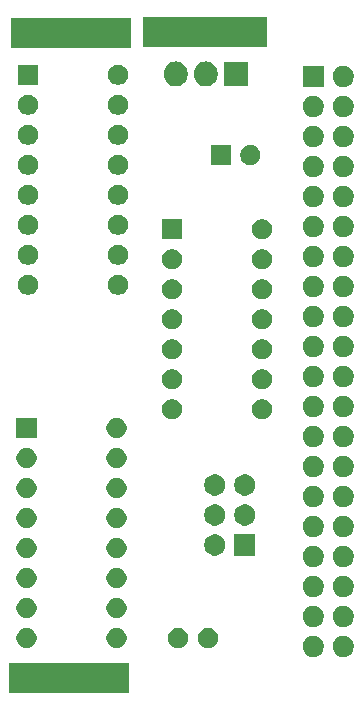
<source format=gbs>
G04 #@! TF.GenerationSoftware,KiCad,Pcbnew,5.1.5-52549c5~86~ubuntu18.04.1*
G04 #@! TF.CreationDate,2020-05-16T08:59:09-06:00*
G04 #@! TF.ProjectId,openturret-hat,6f70656e-7475-4727-9265-742d6861742e,rev?*
G04 #@! TF.SameCoordinates,Original*
G04 #@! TF.FileFunction,Soldermask,Bot*
G04 #@! TF.FilePolarity,Negative*
%FSLAX46Y46*%
G04 Gerber Fmt 4.6, Leading zero omitted, Abs format (unit mm)*
G04 Created by KiCad (PCBNEW 5.1.5-52549c5~86~ubuntu18.04.1) date 2020-05-16 08:59:09*
%MOMM*%
%LPD*%
G04 APERTURE LIST*
%ADD10C,0.100000*%
G04 APERTURE END LIST*
D10*
G36*
X117348000Y-125095000D02*
G01*
X107188000Y-125095000D01*
X107188000Y-122555000D01*
X117348000Y-122555000D01*
X117348000Y-125095000D01*
G37*
G36*
X135579737Y-120209927D02*
G01*
X135729037Y-120239624D01*
X135893009Y-120307544D01*
X136040579Y-120406147D01*
X136166078Y-120531646D01*
X136264681Y-120679216D01*
X136332601Y-120843188D01*
X136367225Y-121017259D01*
X136367225Y-121194741D01*
X136332601Y-121368812D01*
X136264681Y-121532784D01*
X136166078Y-121680354D01*
X136040579Y-121805853D01*
X135893009Y-121904456D01*
X135729037Y-121972376D01*
X135579737Y-122002073D01*
X135554967Y-122007000D01*
X135377483Y-122007000D01*
X135352713Y-122002073D01*
X135203413Y-121972376D01*
X135039441Y-121904456D01*
X134891871Y-121805853D01*
X134766372Y-121680354D01*
X134667769Y-121532784D01*
X134599849Y-121368812D01*
X134565225Y-121194741D01*
X134565225Y-121017259D01*
X134599849Y-120843188D01*
X134667769Y-120679216D01*
X134766372Y-120531646D01*
X134891871Y-120406147D01*
X135039441Y-120307544D01*
X135203413Y-120239624D01*
X135352713Y-120209927D01*
X135377483Y-120205000D01*
X135554967Y-120205000D01*
X135579737Y-120209927D01*
G37*
G36*
X133039737Y-120209927D02*
G01*
X133189037Y-120239624D01*
X133353009Y-120307544D01*
X133500579Y-120406147D01*
X133626078Y-120531646D01*
X133724681Y-120679216D01*
X133792601Y-120843188D01*
X133827225Y-121017259D01*
X133827225Y-121194741D01*
X133792601Y-121368812D01*
X133724681Y-121532784D01*
X133626078Y-121680354D01*
X133500579Y-121805853D01*
X133353009Y-121904456D01*
X133189037Y-121972376D01*
X133039737Y-122002073D01*
X133014967Y-122007000D01*
X132837483Y-122007000D01*
X132812713Y-122002073D01*
X132663413Y-121972376D01*
X132499441Y-121904456D01*
X132351871Y-121805853D01*
X132226372Y-121680354D01*
X132127769Y-121532784D01*
X132059849Y-121368812D01*
X132025225Y-121194741D01*
X132025225Y-121017259D01*
X132059849Y-120843188D01*
X132127769Y-120679216D01*
X132226372Y-120531646D01*
X132351871Y-120406147D01*
X132499441Y-120307544D01*
X132663413Y-120239624D01*
X132812713Y-120209927D01*
X132837483Y-120205000D01*
X133014967Y-120205000D01*
X133039737Y-120209927D01*
G37*
G36*
X108896728Y-119577703D02*
G01*
X109051600Y-119641853D01*
X109190981Y-119734985D01*
X109309515Y-119853519D01*
X109402647Y-119992900D01*
X109466797Y-120147772D01*
X109499500Y-120312184D01*
X109499500Y-120479816D01*
X109466797Y-120644228D01*
X109402647Y-120799100D01*
X109309515Y-120938481D01*
X109190981Y-121057015D01*
X109051600Y-121150147D01*
X108896728Y-121214297D01*
X108732316Y-121247000D01*
X108564684Y-121247000D01*
X108400272Y-121214297D01*
X108245400Y-121150147D01*
X108106019Y-121057015D01*
X107987485Y-120938481D01*
X107894353Y-120799100D01*
X107830203Y-120644228D01*
X107797500Y-120479816D01*
X107797500Y-120312184D01*
X107830203Y-120147772D01*
X107894353Y-119992900D01*
X107987485Y-119853519D01*
X108106019Y-119734985D01*
X108245400Y-119641853D01*
X108400272Y-119577703D01*
X108564684Y-119545000D01*
X108732316Y-119545000D01*
X108896728Y-119577703D01*
G37*
G36*
X124263728Y-119577703D02*
G01*
X124418600Y-119641853D01*
X124557981Y-119734985D01*
X124676515Y-119853519D01*
X124769647Y-119992900D01*
X124833797Y-120147772D01*
X124866500Y-120312184D01*
X124866500Y-120479816D01*
X124833797Y-120644228D01*
X124769647Y-120799100D01*
X124676515Y-120938481D01*
X124557981Y-121057015D01*
X124418600Y-121150147D01*
X124263728Y-121214297D01*
X124099316Y-121247000D01*
X123931684Y-121247000D01*
X123767272Y-121214297D01*
X123612400Y-121150147D01*
X123473019Y-121057015D01*
X123354485Y-120938481D01*
X123261353Y-120799100D01*
X123197203Y-120644228D01*
X123164500Y-120479816D01*
X123164500Y-120312184D01*
X123197203Y-120147772D01*
X123261353Y-119992900D01*
X123354485Y-119853519D01*
X123473019Y-119734985D01*
X123612400Y-119641853D01*
X123767272Y-119577703D01*
X123931684Y-119545000D01*
X124099316Y-119545000D01*
X124263728Y-119577703D01*
G37*
G36*
X121723728Y-119577703D02*
G01*
X121878600Y-119641853D01*
X122017981Y-119734985D01*
X122136515Y-119853519D01*
X122229647Y-119992900D01*
X122293797Y-120147772D01*
X122326500Y-120312184D01*
X122326500Y-120479816D01*
X122293797Y-120644228D01*
X122229647Y-120799100D01*
X122136515Y-120938481D01*
X122017981Y-121057015D01*
X121878600Y-121150147D01*
X121723728Y-121214297D01*
X121559316Y-121247000D01*
X121391684Y-121247000D01*
X121227272Y-121214297D01*
X121072400Y-121150147D01*
X120933019Y-121057015D01*
X120814485Y-120938481D01*
X120721353Y-120799100D01*
X120657203Y-120644228D01*
X120624500Y-120479816D01*
X120624500Y-120312184D01*
X120657203Y-120147772D01*
X120721353Y-119992900D01*
X120814485Y-119853519D01*
X120933019Y-119734985D01*
X121072400Y-119641853D01*
X121227272Y-119577703D01*
X121391684Y-119545000D01*
X121559316Y-119545000D01*
X121723728Y-119577703D01*
G37*
G36*
X116516728Y-119577703D02*
G01*
X116671600Y-119641853D01*
X116810981Y-119734985D01*
X116929515Y-119853519D01*
X117022647Y-119992900D01*
X117086797Y-120147772D01*
X117119500Y-120312184D01*
X117119500Y-120479816D01*
X117086797Y-120644228D01*
X117022647Y-120799100D01*
X116929515Y-120938481D01*
X116810981Y-121057015D01*
X116671600Y-121150147D01*
X116516728Y-121214297D01*
X116352316Y-121247000D01*
X116184684Y-121247000D01*
X116020272Y-121214297D01*
X115865400Y-121150147D01*
X115726019Y-121057015D01*
X115607485Y-120938481D01*
X115514353Y-120799100D01*
X115450203Y-120644228D01*
X115417500Y-120479816D01*
X115417500Y-120312184D01*
X115450203Y-120147772D01*
X115514353Y-119992900D01*
X115607485Y-119853519D01*
X115726019Y-119734985D01*
X115865400Y-119641853D01*
X116020272Y-119577703D01*
X116184684Y-119545000D01*
X116352316Y-119545000D01*
X116516728Y-119577703D01*
G37*
G36*
X135579737Y-117669927D02*
G01*
X135729037Y-117699624D01*
X135893009Y-117767544D01*
X136040579Y-117866147D01*
X136166078Y-117991646D01*
X136264681Y-118139216D01*
X136332601Y-118303188D01*
X136367225Y-118477259D01*
X136367225Y-118654741D01*
X136332601Y-118828812D01*
X136264681Y-118992784D01*
X136166078Y-119140354D01*
X136040579Y-119265853D01*
X135893009Y-119364456D01*
X135729037Y-119432376D01*
X135579737Y-119462073D01*
X135554967Y-119467000D01*
X135377483Y-119467000D01*
X135352713Y-119462073D01*
X135203413Y-119432376D01*
X135039441Y-119364456D01*
X134891871Y-119265853D01*
X134766372Y-119140354D01*
X134667769Y-118992784D01*
X134599849Y-118828812D01*
X134565225Y-118654741D01*
X134565225Y-118477259D01*
X134599849Y-118303188D01*
X134667769Y-118139216D01*
X134766372Y-117991646D01*
X134891871Y-117866147D01*
X135039441Y-117767544D01*
X135203413Y-117699624D01*
X135352713Y-117669927D01*
X135377483Y-117665000D01*
X135554967Y-117665000D01*
X135579737Y-117669927D01*
G37*
G36*
X133039737Y-117669927D02*
G01*
X133189037Y-117699624D01*
X133353009Y-117767544D01*
X133500579Y-117866147D01*
X133626078Y-117991646D01*
X133724681Y-118139216D01*
X133792601Y-118303188D01*
X133827225Y-118477259D01*
X133827225Y-118654741D01*
X133792601Y-118828812D01*
X133724681Y-118992784D01*
X133626078Y-119140354D01*
X133500579Y-119265853D01*
X133353009Y-119364456D01*
X133189037Y-119432376D01*
X133039737Y-119462073D01*
X133014967Y-119467000D01*
X132837483Y-119467000D01*
X132812713Y-119462073D01*
X132663413Y-119432376D01*
X132499441Y-119364456D01*
X132351871Y-119265853D01*
X132226372Y-119140354D01*
X132127769Y-118992784D01*
X132059849Y-118828812D01*
X132025225Y-118654741D01*
X132025225Y-118477259D01*
X132059849Y-118303188D01*
X132127769Y-118139216D01*
X132226372Y-117991646D01*
X132351871Y-117866147D01*
X132499441Y-117767544D01*
X132663413Y-117699624D01*
X132812713Y-117669927D01*
X132837483Y-117665000D01*
X133014967Y-117665000D01*
X133039737Y-117669927D01*
G37*
G36*
X116516728Y-117037703D02*
G01*
X116671600Y-117101853D01*
X116810981Y-117194985D01*
X116929515Y-117313519D01*
X117022647Y-117452900D01*
X117086797Y-117607772D01*
X117119500Y-117772184D01*
X117119500Y-117939816D01*
X117086797Y-118104228D01*
X117022647Y-118259100D01*
X116929515Y-118398481D01*
X116810981Y-118517015D01*
X116671600Y-118610147D01*
X116516728Y-118674297D01*
X116352316Y-118707000D01*
X116184684Y-118707000D01*
X116020272Y-118674297D01*
X115865400Y-118610147D01*
X115726019Y-118517015D01*
X115607485Y-118398481D01*
X115514353Y-118259100D01*
X115450203Y-118104228D01*
X115417500Y-117939816D01*
X115417500Y-117772184D01*
X115450203Y-117607772D01*
X115514353Y-117452900D01*
X115607485Y-117313519D01*
X115726019Y-117194985D01*
X115865400Y-117101853D01*
X116020272Y-117037703D01*
X116184684Y-117005000D01*
X116352316Y-117005000D01*
X116516728Y-117037703D01*
G37*
G36*
X108896728Y-117037703D02*
G01*
X109051600Y-117101853D01*
X109190981Y-117194985D01*
X109309515Y-117313519D01*
X109402647Y-117452900D01*
X109466797Y-117607772D01*
X109499500Y-117772184D01*
X109499500Y-117939816D01*
X109466797Y-118104228D01*
X109402647Y-118259100D01*
X109309515Y-118398481D01*
X109190981Y-118517015D01*
X109051600Y-118610147D01*
X108896728Y-118674297D01*
X108732316Y-118707000D01*
X108564684Y-118707000D01*
X108400272Y-118674297D01*
X108245400Y-118610147D01*
X108106019Y-118517015D01*
X107987485Y-118398481D01*
X107894353Y-118259100D01*
X107830203Y-118104228D01*
X107797500Y-117939816D01*
X107797500Y-117772184D01*
X107830203Y-117607772D01*
X107894353Y-117452900D01*
X107987485Y-117313519D01*
X108106019Y-117194985D01*
X108245400Y-117101853D01*
X108400272Y-117037703D01*
X108564684Y-117005000D01*
X108732316Y-117005000D01*
X108896728Y-117037703D01*
G37*
G36*
X135579737Y-115129927D02*
G01*
X135729037Y-115159624D01*
X135893009Y-115227544D01*
X136040579Y-115326147D01*
X136166078Y-115451646D01*
X136264681Y-115599216D01*
X136332601Y-115763188D01*
X136367225Y-115937259D01*
X136367225Y-116114741D01*
X136332601Y-116288812D01*
X136264681Y-116452784D01*
X136166078Y-116600354D01*
X136040579Y-116725853D01*
X135893009Y-116824456D01*
X135729037Y-116892376D01*
X135579737Y-116922073D01*
X135554967Y-116927000D01*
X135377483Y-116927000D01*
X135352713Y-116922073D01*
X135203413Y-116892376D01*
X135039441Y-116824456D01*
X134891871Y-116725853D01*
X134766372Y-116600354D01*
X134667769Y-116452784D01*
X134599849Y-116288812D01*
X134565225Y-116114741D01*
X134565225Y-115937259D01*
X134599849Y-115763188D01*
X134667769Y-115599216D01*
X134766372Y-115451646D01*
X134891871Y-115326147D01*
X135039441Y-115227544D01*
X135203413Y-115159624D01*
X135352713Y-115129927D01*
X135377483Y-115125000D01*
X135554967Y-115125000D01*
X135579737Y-115129927D01*
G37*
G36*
X133039737Y-115129927D02*
G01*
X133189037Y-115159624D01*
X133353009Y-115227544D01*
X133500579Y-115326147D01*
X133626078Y-115451646D01*
X133724681Y-115599216D01*
X133792601Y-115763188D01*
X133827225Y-115937259D01*
X133827225Y-116114741D01*
X133792601Y-116288812D01*
X133724681Y-116452784D01*
X133626078Y-116600354D01*
X133500579Y-116725853D01*
X133353009Y-116824456D01*
X133189037Y-116892376D01*
X133039737Y-116922073D01*
X133014967Y-116927000D01*
X132837483Y-116927000D01*
X132812713Y-116922073D01*
X132663413Y-116892376D01*
X132499441Y-116824456D01*
X132351871Y-116725853D01*
X132226372Y-116600354D01*
X132127769Y-116452784D01*
X132059849Y-116288812D01*
X132025225Y-116114741D01*
X132025225Y-115937259D01*
X132059849Y-115763188D01*
X132127769Y-115599216D01*
X132226372Y-115451646D01*
X132351871Y-115326147D01*
X132499441Y-115227544D01*
X132663413Y-115159624D01*
X132812713Y-115129927D01*
X132837483Y-115125000D01*
X133014967Y-115125000D01*
X133039737Y-115129927D01*
G37*
G36*
X116516728Y-114497703D02*
G01*
X116671600Y-114561853D01*
X116810981Y-114654985D01*
X116929515Y-114773519D01*
X117022647Y-114912900D01*
X117086797Y-115067772D01*
X117119500Y-115232184D01*
X117119500Y-115399816D01*
X117086797Y-115564228D01*
X117022647Y-115719100D01*
X116929515Y-115858481D01*
X116810981Y-115977015D01*
X116671600Y-116070147D01*
X116516728Y-116134297D01*
X116352316Y-116167000D01*
X116184684Y-116167000D01*
X116020272Y-116134297D01*
X115865400Y-116070147D01*
X115726019Y-115977015D01*
X115607485Y-115858481D01*
X115514353Y-115719100D01*
X115450203Y-115564228D01*
X115417500Y-115399816D01*
X115417500Y-115232184D01*
X115450203Y-115067772D01*
X115514353Y-114912900D01*
X115607485Y-114773519D01*
X115726019Y-114654985D01*
X115865400Y-114561853D01*
X116020272Y-114497703D01*
X116184684Y-114465000D01*
X116352316Y-114465000D01*
X116516728Y-114497703D01*
G37*
G36*
X108896728Y-114497703D02*
G01*
X109051600Y-114561853D01*
X109190981Y-114654985D01*
X109309515Y-114773519D01*
X109402647Y-114912900D01*
X109466797Y-115067772D01*
X109499500Y-115232184D01*
X109499500Y-115399816D01*
X109466797Y-115564228D01*
X109402647Y-115719100D01*
X109309515Y-115858481D01*
X109190981Y-115977015D01*
X109051600Y-116070147D01*
X108896728Y-116134297D01*
X108732316Y-116167000D01*
X108564684Y-116167000D01*
X108400272Y-116134297D01*
X108245400Y-116070147D01*
X108106019Y-115977015D01*
X107987485Y-115858481D01*
X107894353Y-115719100D01*
X107830203Y-115564228D01*
X107797500Y-115399816D01*
X107797500Y-115232184D01*
X107830203Y-115067772D01*
X107894353Y-114912900D01*
X107987485Y-114773519D01*
X108106019Y-114654985D01*
X108245400Y-114561853D01*
X108400272Y-114497703D01*
X108564684Y-114465000D01*
X108732316Y-114465000D01*
X108896728Y-114497703D01*
G37*
G36*
X135579737Y-112589927D02*
G01*
X135729037Y-112619624D01*
X135893009Y-112687544D01*
X136040579Y-112786147D01*
X136166078Y-112911646D01*
X136264681Y-113059216D01*
X136332601Y-113223188D01*
X136367225Y-113397259D01*
X136367225Y-113574741D01*
X136332601Y-113748812D01*
X136264681Y-113912784D01*
X136166078Y-114060354D01*
X136040579Y-114185853D01*
X135893009Y-114284456D01*
X135729037Y-114352376D01*
X135579737Y-114382073D01*
X135554967Y-114387000D01*
X135377483Y-114387000D01*
X135352713Y-114382073D01*
X135203413Y-114352376D01*
X135039441Y-114284456D01*
X134891871Y-114185853D01*
X134766372Y-114060354D01*
X134667769Y-113912784D01*
X134599849Y-113748812D01*
X134565225Y-113574741D01*
X134565225Y-113397259D01*
X134599849Y-113223188D01*
X134667769Y-113059216D01*
X134766372Y-112911646D01*
X134891871Y-112786147D01*
X135039441Y-112687544D01*
X135203413Y-112619624D01*
X135352713Y-112589927D01*
X135377483Y-112585000D01*
X135554967Y-112585000D01*
X135579737Y-112589927D01*
G37*
G36*
X133039737Y-112589927D02*
G01*
X133189037Y-112619624D01*
X133353009Y-112687544D01*
X133500579Y-112786147D01*
X133626078Y-112911646D01*
X133724681Y-113059216D01*
X133792601Y-113223188D01*
X133827225Y-113397259D01*
X133827225Y-113574741D01*
X133792601Y-113748812D01*
X133724681Y-113912784D01*
X133626078Y-114060354D01*
X133500579Y-114185853D01*
X133353009Y-114284456D01*
X133189037Y-114352376D01*
X133039737Y-114382073D01*
X133014967Y-114387000D01*
X132837483Y-114387000D01*
X132812713Y-114382073D01*
X132663413Y-114352376D01*
X132499441Y-114284456D01*
X132351871Y-114185853D01*
X132226372Y-114060354D01*
X132127769Y-113912784D01*
X132059849Y-113748812D01*
X132025225Y-113574741D01*
X132025225Y-113397259D01*
X132059849Y-113223188D01*
X132127769Y-113059216D01*
X132226372Y-112911646D01*
X132351871Y-112786147D01*
X132499441Y-112687544D01*
X132663413Y-112619624D01*
X132812713Y-112589927D01*
X132837483Y-112585000D01*
X133014967Y-112585000D01*
X133039737Y-112589927D01*
G37*
G36*
X116516728Y-111957703D02*
G01*
X116671600Y-112021853D01*
X116810981Y-112114985D01*
X116929515Y-112233519D01*
X117022647Y-112372900D01*
X117086797Y-112527772D01*
X117119500Y-112692184D01*
X117119500Y-112859816D01*
X117086797Y-113024228D01*
X117022647Y-113179100D01*
X116929515Y-113318481D01*
X116810981Y-113437015D01*
X116671600Y-113530147D01*
X116516728Y-113594297D01*
X116352316Y-113627000D01*
X116184684Y-113627000D01*
X116020272Y-113594297D01*
X115865400Y-113530147D01*
X115726019Y-113437015D01*
X115607485Y-113318481D01*
X115514353Y-113179100D01*
X115450203Y-113024228D01*
X115417500Y-112859816D01*
X115417500Y-112692184D01*
X115450203Y-112527772D01*
X115514353Y-112372900D01*
X115607485Y-112233519D01*
X115726019Y-112114985D01*
X115865400Y-112021853D01*
X116020272Y-111957703D01*
X116184684Y-111925000D01*
X116352316Y-111925000D01*
X116516728Y-111957703D01*
G37*
G36*
X108896728Y-111957703D02*
G01*
X109051600Y-112021853D01*
X109190981Y-112114985D01*
X109309515Y-112233519D01*
X109402647Y-112372900D01*
X109466797Y-112527772D01*
X109499500Y-112692184D01*
X109499500Y-112859816D01*
X109466797Y-113024228D01*
X109402647Y-113179100D01*
X109309515Y-113318481D01*
X109190981Y-113437015D01*
X109051600Y-113530147D01*
X108896728Y-113594297D01*
X108732316Y-113627000D01*
X108564684Y-113627000D01*
X108400272Y-113594297D01*
X108245400Y-113530147D01*
X108106019Y-113437015D01*
X107987485Y-113318481D01*
X107894353Y-113179100D01*
X107830203Y-113024228D01*
X107797500Y-112859816D01*
X107797500Y-112692184D01*
X107830203Y-112527772D01*
X107894353Y-112372900D01*
X107987485Y-112233519D01*
X108106019Y-112114985D01*
X108245400Y-112021853D01*
X108400272Y-111957703D01*
X108564684Y-111925000D01*
X108732316Y-111925000D01*
X108896728Y-111957703D01*
G37*
G36*
X124700512Y-111625927D02*
G01*
X124849812Y-111655624D01*
X125013784Y-111723544D01*
X125161354Y-111822147D01*
X125286853Y-111947646D01*
X125385456Y-112095216D01*
X125453376Y-112259188D01*
X125488000Y-112433259D01*
X125488000Y-112610741D01*
X125453376Y-112784812D01*
X125385456Y-112948784D01*
X125286853Y-113096354D01*
X125161354Y-113221853D01*
X125013784Y-113320456D01*
X124849812Y-113388376D01*
X124700512Y-113418073D01*
X124675742Y-113423000D01*
X124498258Y-113423000D01*
X124473488Y-113418073D01*
X124324188Y-113388376D01*
X124160216Y-113320456D01*
X124012646Y-113221853D01*
X123887147Y-113096354D01*
X123788544Y-112948784D01*
X123720624Y-112784812D01*
X123686000Y-112610741D01*
X123686000Y-112433259D01*
X123720624Y-112259188D01*
X123788544Y-112095216D01*
X123887147Y-111947646D01*
X124012646Y-111822147D01*
X124160216Y-111723544D01*
X124324188Y-111655624D01*
X124473488Y-111625927D01*
X124498258Y-111621000D01*
X124675742Y-111621000D01*
X124700512Y-111625927D01*
G37*
G36*
X128028000Y-113423000D02*
G01*
X126226000Y-113423000D01*
X126226000Y-111621000D01*
X128028000Y-111621000D01*
X128028000Y-113423000D01*
G37*
G36*
X135579737Y-110049927D02*
G01*
X135729037Y-110079624D01*
X135893009Y-110147544D01*
X136040579Y-110246147D01*
X136166078Y-110371646D01*
X136264681Y-110519216D01*
X136332601Y-110683188D01*
X136367225Y-110857259D01*
X136367225Y-111034741D01*
X136332601Y-111208812D01*
X136264681Y-111372784D01*
X136166078Y-111520354D01*
X136040579Y-111645853D01*
X135893009Y-111744456D01*
X135729037Y-111812376D01*
X135579737Y-111842073D01*
X135554967Y-111847000D01*
X135377483Y-111847000D01*
X135352713Y-111842073D01*
X135203413Y-111812376D01*
X135039441Y-111744456D01*
X134891871Y-111645853D01*
X134766372Y-111520354D01*
X134667769Y-111372784D01*
X134599849Y-111208812D01*
X134565225Y-111034741D01*
X134565225Y-110857259D01*
X134599849Y-110683188D01*
X134667769Y-110519216D01*
X134766372Y-110371646D01*
X134891871Y-110246147D01*
X135039441Y-110147544D01*
X135203413Y-110079624D01*
X135352713Y-110049927D01*
X135377483Y-110045000D01*
X135554967Y-110045000D01*
X135579737Y-110049927D01*
G37*
G36*
X133039737Y-110049927D02*
G01*
X133189037Y-110079624D01*
X133353009Y-110147544D01*
X133500579Y-110246147D01*
X133626078Y-110371646D01*
X133724681Y-110519216D01*
X133792601Y-110683188D01*
X133827225Y-110857259D01*
X133827225Y-111034741D01*
X133792601Y-111208812D01*
X133724681Y-111372784D01*
X133626078Y-111520354D01*
X133500579Y-111645853D01*
X133353009Y-111744456D01*
X133189037Y-111812376D01*
X133039737Y-111842073D01*
X133014967Y-111847000D01*
X132837483Y-111847000D01*
X132812713Y-111842073D01*
X132663413Y-111812376D01*
X132499441Y-111744456D01*
X132351871Y-111645853D01*
X132226372Y-111520354D01*
X132127769Y-111372784D01*
X132059849Y-111208812D01*
X132025225Y-111034741D01*
X132025225Y-110857259D01*
X132059849Y-110683188D01*
X132127769Y-110519216D01*
X132226372Y-110371646D01*
X132351871Y-110246147D01*
X132499441Y-110147544D01*
X132663413Y-110079624D01*
X132812713Y-110049927D01*
X132837483Y-110045000D01*
X133014967Y-110045000D01*
X133039737Y-110049927D01*
G37*
G36*
X108896728Y-109417703D02*
G01*
X109051600Y-109481853D01*
X109190981Y-109574985D01*
X109309515Y-109693519D01*
X109402647Y-109832900D01*
X109466797Y-109987772D01*
X109499500Y-110152184D01*
X109499500Y-110319816D01*
X109466797Y-110484228D01*
X109402647Y-110639100D01*
X109309515Y-110778481D01*
X109190981Y-110897015D01*
X109051600Y-110990147D01*
X108896728Y-111054297D01*
X108732316Y-111087000D01*
X108564684Y-111087000D01*
X108400272Y-111054297D01*
X108245400Y-110990147D01*
X108106019Y-110897015D01*
X107987485Y-110778481D01*
X107894353Y-110639100D01*
X107830203Y-110484228D01*
X107797500Y-110319816D01*
X107797500Y-110152184D01*
X107830203Y-109987772D01*
X107894353Y-109832900D01*
X107987485Y-109693519D01*
X108106019Y-109574985D01*
X108245400Y-109481853D01*
X108400272Y-109417703D01*
X108564684Y-109385000D01*
X108732316Y-109385000D01*
X108896728Y-109417703D01*
G37*
G36*
X116516728Y-109417703D02*
G01*
X116671600Y-109481853D01*
X116810981Y-109574985D01*
X116929515Y-109693519D01*
X117022647Y-109832900D01*
X117086797Y-109987772D01*
X117119500Y-110152184D01*
X117119500Y-110319816D01*
X117086797Y-110484228D01*
X117022647Y-110639100D01*
X116929515Y-110778481D01*
X116810981Y-110897015D01*
X116671600Y-110990147D01*
X116516728Y-111054297D01*
X116352316Y-111087000D01*
X116184684Y-111087000D01*
X116020272Y-111054297D01*
X115865400Y-110990147D01*
X115726019Y-110897015D01*
X115607485Y-110778481D01*
X115514353Y-110639100D01*
X115450203Y-110484228D01*
X115417500Y-110319816D01*
X115417500Y-110152184D01*
X115450203Y-109987772D01*
X115514353Y-109832900D01*
X115607485Y-109693519D01*
X115726019Y-109574985D01*
X115865400Y-109481853D01*
X116020272Y-109417703D01*
X116184684Y-109385000D01*
X116352316Y-109385000D01*
X116516728Y-109417703D01*
G37*
G36*
X124700512Y-109085927D02*
G01*
X124849812Y-109115624D01*
X125013784Y-109183544D01*
X125161354Y-109282147D01*
X125286853Y-109407646D01*
X125385456Y-109555216D01*
X125453376Y-109719188D01*
X125488000Y-109893259D01*
X125488000Y-110070741D01*
X125453376Y-110244812D01*
X125385456Y-110408784D01*
X125286853Y-110556354D01*
X125161354Y-110681853D01*
X125013784Y-110780456D01*
X124849812Y-110848376D01*
X124700512Y-110878073D01*
X124675742Y-110883000D01*
X124498258Y-110883000D01*
X124473488Y-110878073D01*
X124324188Y-110848376D01*
X124160216Y-110780456D01*
X124012646Y-110681853D01*
X123887147Y-110556354D01*
X123788544Y-110408784D01*
X123720624Y-110244812D01*
X123686000Y-110070741D01*
X123686000Y-109893259D01*
X123720624Y-109719188D01*
X123788544Y-109555216D01*
X123887147Y-109407646D01*
X124012646Y-109282147D01*
X124160216Y-109183544D01*
X124324188Y-109115624D01*
X124473488Y-109085927D01*
X124498258Y-109081000D01*
X124675742Y-109081000D01*
X124700512Y-109085927D01*
G37*
G36*
X127240512Y-109085927D02*
G01*
X127389812Y-109115624D01*
X127553784Y-109183544D01*
X127701354Y-109282147D01*
X127826853Y-109407646D01*
X127925456Y-109555216D01*
X127993376Y-109719188D01*
X128028000Y-109893259D01*
X128028000Y-110070741D01*
X127993376Y-110244812D01*
X127925456Y-110408784D01*
X127826853Y-110556354D01*
X127701354Y-110681853D01*
X127553784Y-110780456D01*
X127389812Y-110848376D01*
X127240512Y-110878073D01*
X127215742Y-110883000D01*
X127038258Y-110883000D01*
X127013488Y-110878073D01*
X126864188Y-110848376D01*
X126700216Y-110780456D01*
X126552646Y-110681853D01*
X126427147Y-110556354D01*
X126328544Y-110408784D01*
X126260624Y-110244812D01*
X126226000Y-110070741D01*
X126226000Y-109893259D01*
X126260624Y-109719188D01*
X126328544Y-109555216D01*
X126427147Y-109407646D01*
X126552646Y-109282147D01*
X126700216Y-109183544D01*
X126864188Y-109115624D01*
X127013488Y-109085927D01*
X127038258Y-109081000D01*
X127215742Y-109081000D01*
X127240512Y-109085927D01*
G37*
G36*
X133039737Y-107509927D02*
G01*
X133189037Y-107539624D01*
X133353009Y-107607544D01*
X133500579Y-107706147D01*
X133626078Y-107831646D01*
X133724681Y-107979216D01*
X133792601Y-108143188D01*
X133827225Y-108317259D01*
X133827225Y-108494741D01*
X133792601Y-108668812D01*
X133724681Y-108832784D01*
X133626078Y-108980354D01*
X133500579Y-109105853D01*
X133353009Y-109204456D01*
X133189037Y-109272376D01*
X133039737Y-109302073D01*
X133014967Y-109307000D01*
X132837483Y-109307000D01*
X132812713Y-109302073D01*
X132663413Y-109272376D01*
X132499441Y-109204456D01*
X132351871Y-109105853D01*
X132226372Y-108980354D01*
X132127769Y-108832784D01*
X132059849Y-108668812D01*
X132025225Y-108494741D01*
X132025225Y-108317259D01*
X132059849Y-108143188D01*
X132127769Y-107979216D01*
X132226372Y-107831646D01*
X132351871Y-107706147D01*
X132499441Y-107607544D01*
X132663413Y-107539624D01*
X132812713Y-107509927D01*
X132837483Y-107505000D01*
X133014967Y-107505000D01*
X133039737Y-107509927D01*
G37*
G36*
X135579737Y-107509927D02*
G01*
X135729037Y-107539624D01*
X135893009Y-107607544D01*
X136040579Y-107706147D01*
X136166078Y-107831646D01*
X136264681Y-107979216D01*
X136332601Y-108143188D01*
X136367225Y-108317259D01*
X136367225Y-108494741D01*
X136332601Y-108668812D01*
X136264681Y-108832784D01*
X136166078Y-108980354D01*
X136040579Y-109105853D01*
X135893009Y-109204456D01*
X135729037Y-109272376D01*
X135579737Y-109302073D01*
X135554967Y-109307000D01*
X135377483Y-109307000D01*
X135352713Y-109302073D01*
X135203413Y-109272376D01*
X135039441Y-109204456D01*
X134891871Y-109105853D01*
X134766372Y-108980354D01*
X134667769Y-108832784D01*
X134599849Y-108668812D01*
X134565225Y-108494741D01*
X134565225Y-108317259D01*
X134599849Y-108143188D01*
X134667769Y-107979216D01*
X134766372Y-107831646D01*
X134891871Y-107706147D01*
X135039441Y-107607544D01*
X135203413Y-107539624D01*
X135352713Y-107509927D01*
X135377483Y-107505000D01*
X135554967Y-107505000D01*
X135579737Y-107509927D01*
G37*
G36*
X108896728Y-106877703D02*
G01*
X109051600Y-106941853D01*
X109190981Y-107034985D01*
X109309515Y-107153519D01*
X109402647Y-107292900D01*
X109466797Y-107447772D01*
X109499500Y-107612184D01*
X109499500Y-107779816D01*
X109466797Y-107944228D01*
X109402647Y-108099100D01*
X109309515Y-108238481D01*
X109190981Y-108357015D01*
X109051600Y-108450147D01*
X108896728Y-108514297D01*
X108732316Y-108547000D01*
X108564684Y-108547000D01*
X108400272Y-108514297D01*
X108245400Y-108450147D01*
X108106019Y-108357015D01*
X107987485Y-108238481D01*
X107894353Y-108099100D01*
X107830203Y-107944228D01*
X107797500Y-107779816D01*
X107797500Y-107612184D01*
X107830203Y-107447772D01*
X107894353Y-107292900D01*
X107987485Y-107153519D01*
X108106019Y-107034985D01*
X108245400Y-106941853D01*
X108400272Y-106877703D01*
X108564684Y-106845000D01*
X108732316Y-106845000D01*
X108896728Y-106877703D01*
G37*
G36*
X116516728Y-106877703D02*
G01*
X116671600Y-106941853D01*
X116810981Y-107034985D01*
X116929515Y-107153519D01*
X117022647Y-107292900D01*
X117086797Y-107447772D01*
X117119500Y-107612184D01*
X117119500Y-107779816D01*
X117086797Y-107944228D01*
X117022647Y-108099100D01*
X116929515Y-108238481D01*
X116810981Y-108357015D01*
X116671600Y-108450147D01*
X116516728Y-108514297D01*
X116352316Y-108547000D01*
X116184684Y-108547000D01*
X116020272Y-108514297D01*
X115865400Y-108450147D01*
X115726019Y-108357015D01*
X115607485Y-108238481D01*
X115514353Y-108099100D01*
X115450203Y-107944228D01*
X115417500Y-107779816D01*
X115417500Y-107612184D01*
X115450203Y-107447772D01*
X115514353Y-107292900D01*
X115607485Y-107153519D01*
X115726019Y-107034985D01*
X115865400Y-106941853D01*
X116020272Y-106877703D01*
X116184684Y-106845000D01*
X116352316Y-106845000D01*
X116516728Y-106877703D01*
G37*
G36*
X124700512Y-106545927D02*
G01*
X124849812Y-106575624D01*
X125013784Y-106643544D01*
X125161354Y-106742147D01*
X125286853Y-106867646D01*
X125385456Y-107015216D01*
X125453376Y-107179188D01*
X125488000Y-107353259D01*
X125488000Y-107530741D01*
X125453376Y-107704812D01*
X125385456Y-107868784D01*
X125286853Y-108016354D01*
X125161354Y-108141853D01*
X125013784Y-108240456D01*
X124849812Y-108308376D01*
X124700512Y-108338073D01*
X124675742Y-108343000D01*
X124498258Y-108343000D01*
X124473488Y-108338073D01*
X124324188Y-108308376D01*
X124160216Y-108240456D01*
X124012646Y-108141853D01*
X123887147Y-108016354D01*
X123788544Y-107868784D01*
X123720624Y-107704812D01*
X123686000Y-107530741D01*
X123686000Y-107353259D01*
X123720624Y-107179188D01*
X123788544Y-107015216D01*
X123887147Y-106867646D01*
X124012646Y-106742147D01*
X124160216Y-106643544D01*
X124324188Y-106575624D01*
X124473488Y-106545927D01*
X124498258Y-106541000D01*
X124675742Y-106541000D01*
X124700512Y-106545927D01*
G37*
G36*
X127240512Y-106545927D02*
G01*
X127389812Y-106575624D01*
X127553784Y-106643544D01*
X127701354Y-106742147D01*
X127826853Y-106867646D01*
X127925456Y-107015216D01*
X127993376Y-107179188D01*
X128028000Y-107353259D01*
X128028000Y-107530741D01*
X127993376Y-107704812D01*
X127925456Y-107868784D01*
X127826853Y-108016354D01*
X127701354Y-108141853D01*
X127553784Y-108240456D01*
X127389812Y-108308376D01*
X127240512Y-108338073D01*
X127215742Y-108343000D01*
X127038258Y-108343000D01*
X127013488Y-108338073D01*
X126864188Y-108308376D01*
X126700216Y-108240456D01*
X126552646Y-108141853D01*
X126427147Y-108016354D01*
X126328544Y-107868784D01*
X126260624Y-107704812D01*
X126226000Y-107530741D01*
X126226000Y-107353259D01*
X126260624Y-107179188D01*
X126328544Y-107015216D01*
X126427147Y-106867646D01*
X126552646Y-106742147D01*
X126700216Y-106643544D01*
X126864188Y-106575624D01*
X127013488Y-106545927D01*
X127038258Y-106541000D01*
X127215742Y-106541000D01*
X127240512Y-106545927D01*
G37*
G36*
X133039737Y-104969927D02*
G01*
X133189037Y-104999624D01*
X133353009Y-105067544D01*
X133500579Y-105166147D01*
X133626078Y-105291646D01*
X133724681Y-105439216D01*
X133792601Y-105603188D01*
X133827225Y-105777259D01*
X133827225Y-105954741D01*
X133792601Y-106128812D01*
X133724681Y-106292784D01*
X133626078Y-106440354D01*
X133500579Y-106565853D01*
X133353009Y-106664456D01*
X133189037Y-106732376D01*
X133039737Y-106762073D01*
X133014967Y-106767000D01*
X132837483Y-106767000D01*
X132812713Y-106762073D01*
X132663413Y-106732376D01*
X132499441Y-106664456D01*
X132351871Y-106565853D01*
X132226372Y-106440354D01*
X132127769Y-106292784D01*
X132059849Y-106128812D01*
X132025225Y-105954741D01*
X132025225Y-105777259D01*
X132059849Y-105603188D01*
X132127769Y-105439216D01*
X132226372Y-105291646D01*
X132351871Y-105166147D01*
X132499441Y-105067544D01*
X132663413Y-104999624D01*
X132812713Y-104969927D01*
X132837483Y-104965000D01*
X133014967Y-104965000D01*
X133039737Y-104969927D01*
G37*
G36*
X135579737Y-104969927D02*
G01*
X135729037Y-104999624D01*
X135893009Y-105067544D01*
X136040579Y-105166147D01*
X136166078Y-105291646D01*
X136264681Y-105439216D01*
X136332601Y-105603188D01*
X136367225Y-105777259D01*
X136367225Y-105954741D01*
X136332601Y-106128812D01*
X136264681Y-106292784D01*
X136166078Y-106440354D01*
X136040579Y-106565853D01*
X135893009Y-106664456D01*
X135729037Y-106732376D01*
X135579737Y-106762073D01*
X135554967Y-106767000D01*
X135377483Y-106767000D01*
X135352713Y-106762073D01*
X135203413Y-106732376D01*
X135039441Y-106664456D01*
X134891871Y-106565853D01*
X134766372Y-106440354D01*
X134667769Y-106292784D01*
X134599849Y-106128812D01*
X134565225Y-105954741D01*
X134565225Y-105777259D01*
X134599849Y-105603188D01*
X134667769Y-105439216D01*
X134766372Y-105291646D01*
X134891871Y-105166147D01*
X135039441Y-105067544D01*
X135203413Y-104999624D01*
X135352713Y-104969927D01*
X135377483Y-104965000D01*
X135554967Y-104965000D01*
X135579737Y-104969927D01*
G37*
G36*
X116516728Y-104337703D02*
G01*
X116671600Y-104401853D01*
X116810981Y-104494985D01*
X116929515Y-104613519D01*
X117022647Y-104752900D01*
X117086797Y-104907772D01*
X117119500Y-105072184D01*
X117119500Y-105239816D01*
X117086797Y-105404228D01*
X117022647Y-105559100D01*
X116929515Y-105698481D01*
X116810981Y-105817015D01*
X116671600Y-105910147D01*
X116516728Y-105974297D01*
X116352316Y-106007000D01*
X116184684Y-106007000D01*
X116020272Y-105974297D01*
X115865400Y-105910147D01*
X115726019Y-105817015D01*
X115607485Y-105698481D01*
X115514353Y-105559100D01*
X115450203Y-105404228D01*
X115417500Y-105239816D01*
X115417500Y-105072184D01*
X115450203Y-104907772D01*
X115514353Y-104752900D01*
X115607485Y-104613519D01*
X115726019Y-104494985D01*
X115865400Y-104401853D01*
X116020272Y-104337703D01*
X116184684Y-104305000D01*
X116352316Y-104305000D01*
X116516728Y-104337703D01*
G37*
G36*
X108896728Y-104337703D02*
G01*
X109051600Y-104401853D01*
X109190981Y-104494985D01*
X109309515Y-104613519D01*
X109402647Y-104752900D01*
X109466797Y-104907772D01*
X109499500Y-105072184D01*
X109499500Y-105239816D01*
X109466797Y-105404228D01*
X109402647Y-105559100D01*
X109309515Y-105698481D01*
X109190981Y-105817015D01*
X109051600Y-105910147D01*
X108896728Y-105974297D01*
X108732316Y-106007000D01*
X108564684Y-106007000D01*
X108400272Y-105974297D01*
X108245400Y-105910147D01*
X108106019Y-105817015D01*
X107987485Y-105698481D01*
X107894353Y-105559100D01*
X107830203Y-105404228D01*
X107797500Y-105239816D01*
X107797500Y-105072184D01*
X107830203Y-104907772D01*
X107894353Y-104752900D01*
X107987485Y-104613519D01*
X108106019Y-104494985D01*
X108245400Y-104401853D01*
X108400272Y-104337703D01*
X108564684Y-104305000D01*
X108732316Y-104305000D01*
X108896728Y-104337703D01*
G37*
G36*
X135579737Y-102429927D02*
G01*
X135729037Y-102459624D01*
X135893009Y-102527544D01*
X136040579Y-102626147D01*
X136166078Y-102751646D01*
X136264681Y-102899216D01*
X136332601Y-103063188D01*
X136367225Y-103237259D01*
X136367225Y-103414741D01*
X136332601Y-103588812D01*
X136264681Y-103752784D01*
X136166078Y-103900354D01*
X136040579Y-104025853D01*
X135893009Y-104124456D01*
X135729037Y-104192376D01*
X135579737Y-104222073D01*
X135554967Y-104227000D01*
X135377483Y-104227000D01*
X135352713Y-104222073D01*
X135203413Y-104192376D01*
X135039441Y-104124456D01*
X134891871Y-104025853D01*
X134766372Y-103900354D01*
X134667769Y-103752784D01*
X134599849Y-103588812D01*
X134565225Y-103414741D01*
X134565225Y-103237259D01*
X134599849Y-103063188D01*
X134667769Y-102899216D01*
X134766372Y-102751646D01*
X134891871Y-102626147D01*
X135039441Y-102527544D01*
X135203413Y-102459624D01*
X135352713Y-102429927D01*
X135377483Y-102425000D01*
X135554967Y-102425000D01*
X135579737Y-102429927D01*
G37*
G36*
X133039737Y-102429927D02*
G01*
X133189037Y-102459624D01*
X133353009Y-102527544D01*
X133500579Y-102626147D01*
X133626078Y-102751646D01*
X133724681Y-102899216D01*
X133792601Y-103063188D01*
X133827225Y-103237259D01*
X133827225Y-103414741D01*
X133792601Y-103588812D01*
X133724681Y-103752784D01*
X133626078Y-103900354D01*
X133500579Y-104025853D01*
X133353009Y-104124456D01*
X133189037Y-104192376D01*
X133039737Y-104222073D01*
X133014967Y-104227000D01*
X132837483Y-104227000D01*
X132812713Y-104222073D01*
X132663413Y-104192376D01*
X132499441Y-104124456D01*
X132351871Y-104025853D01*
X132226372Y-103900354D01*
X132127769Y-103752784D01*
X132059849Y-103588812D01*
X132025225Y-103414741D01*
X132025225Y-103237259D01*
X132059849Y-103063188D01*
X132127769Y-102899216D01*
X132226372Y-102751646D01*
X132351871Y-102626147D01*
X132499441Y-102527544D01*
X132663413Y-102459624D01*
X132812713Y-102429927D01*
X132837483Y-102425000D01*
X133014967Y-102425000D01*
X133039737Y-102429927D01*
G37*
G36*
X109499500Y-103467000D02*
G01*
X107797500Y-103467000D01*
X107797500Y-101765000D01*
X109499500Y-101765000D01*
X109499500Y-103467000D01*
G37*
G36*
X116516728Y-101797703D02*
G01*
X116671600Y-101861853D01*
X116810981Y-101954985D01*
X116929515Y-102073519D01*
X117022647Y-102212900D01*
X117086797Y-102367772D01*
X117119500Y-102532184D01*
X117119500Y-102699816D01*
X117086797Y-102864228D01*
X117022647Y-103019100D01*
X116929515Y-103158481D01*
X116810981Y-103277015D01*
X116671600Y-103370147D01*
X116516728Y-103434297D01*
X116352316Y-103467000D01*
X116184684Y-103467000D01*
X116020272Y-103434297D01*
X115865400Y-103370147D01*
X115726019Y-103277015D01*
X115607485Y-103158481D01*
X115514353Y-103019100D01*
X115450203Y-102864228D01*
X115417500Y-102699816D01*
X115417500Y-102532184D01*
X115450203Y-102367772D01*
X115514353Y-102212900D01*
X115607485Y-102073519D01*
X115726019Y-101954985D01*
X115865400Y-101861853D01*
X116020272Y-101797703D01*
X116184684Y-101765000D01*
X116352316Y-101765000D01*
X116516728Y-101797703D01*
G37*
G36*
X121215728Y-100210203D02*
G01*
X121370600Y-100274353D01*
X121509981Y-100367485D01*
X121628515Y-100486019D01*
X121721647Y-100625400D01*
X121785797Y-100780272D01*
X121818500Y-100944684D01*
X121818500Y-101112316D01*
X121785797Y-101276728D01*
X121721647Y-101431600D01*
X121628515Y-101570981D01*
X121509981Y-101689515D01*
X121370600Y-101782647D01*
X121215728Y-101846797D01*
X121051316Y-101879500D01*
X120883684Y-101879500D01*
X120719272Y-101846797D01*
X120564400Y-101782647D01*
X120425019Y-101689515D01*
X120306485Y-101570981D01*
X120213353Y-101431600D01*
X120149203Y-101276728D01*
X120116500Y-101112316D01*
X120116500Y-100944684D01*
X120149203Y-100780272D01*
X120213353Y-100625400D01*
X120306485Y-100486019D01*
X120425019Y-100367485D01*
X120564400Y-100274353D01*
X120719272Y-100210203D01*
X120883684Y-100177500D01*
X121051316Y-100177500D01*
X121215728Y-100210203D01*
G37*
G36*
X128835728Y-100210203D02*
G01*
X128990600Y-100274353D01*
X129129981Y-100367485D01*
X129248515Y-100486019D01*
X129341647Y-100625400D01*
X129405797Y-100780272D01*
X129438500Y-100944684D01*
X129438500Y-101112316D01*
X129405797Y-101276728D01*
X129341647Y-101431600D01*
X129248515Y-101570981D01*
X129129981Y-101689515D01*
X128990600Y-101782647D01*
X128835728Y-101846797D01*
X128671316Y-101879500D01*
X128503684Y-101879500D01*
X128339272Y-101846797D01*
X128184400Y-101782647D01*
X128045019Y-101689515D01*
X127926485Y-101570981D01*
X127833353Y-101431600D01*
X127769203Y-101276728D01*
X127736500Y-101112316D01*
X127736500Y-100944684D01*
X127769203Y-100780272D01*
X127833353Y-100625400D01*
X127926485Y-100486019D01*
X128045019Y-100367485D01*
X128184400Y-100274353D01*
X128339272Y-100210203D01*
X128503684Y-100177500D01*
X128671316Y-100177500D01*
X128835728Y-100210203D01*
G37*
G36*
X135579737Y-99889927D02*
G01*
X135729037Y-99919624D01*
X135893009Y-99987544D01*
X136040579Y-100086147D01*
X136166078Y-100211646D01*
X136264681Y-100359216D01*
X136332601Y-100523188D01*
X136367225Y-100697259D01*
X136367225Y-100874741D01*
X136332601Y-101048812D01*
X136264681Y-101212784D01*
X136166078Y-101360354D01*
X136040579Y-101485853D01*
X135893009Y-101584456D01*
X135729037Y-101652376D01*
X135579737Y-101682073D01*
X135554967Y-101687000D01*
X135377483Y-101687000D01*
X135352713Y-101682073D01*
X135203413Y-101652376D01*
X135039441Y-101584456D01*
X134891871Y-101485853D01*
X134766372Y-101360354D01*
X134667769Y-101212784D01*
X134599849Y-101048812D01*
X134565225Y-100874741D01*
X134565225Y-100697259D01*
X134599849Y-100523188D01*
X134667769Y-100359216D01*
X134766372Y-100211646D01*
X134891871Y-100086147D01*
X135039441Y-99987544D01*
X135203413Y-99919624D01*
X135352713Y-99889927D01*
X135377483Y-99885000D01*
X135554967Y-99885000D01*
X135579737Y-99889927D01*
G37*
G36*
X133039737Y-99889927D02*
G01*
X133189037Y-99919624D01*
X133353009Y-99987544D01*
X133500579Y-100086147D01*
X133626078Y-100211646D01*
X133724681Y-100359216D01*
X133792601Y-100523188D01*
X133827225Y-100697259D01*
X133827225Y-100874741D01*
X133792601Y-101048812D01*
X133724681Y-101212784D01*
X133626078Y-101360354D01*
X133500579Y-101485853D01*
X133353009Y-101584456D01*
X133189037Y-101652376D01*
X133039737Y-101682073D01*
X133014967Y-101687000D01*
X132837483Y-101687000D01*
X132812713Y-101682073D01*
X132663413Y-101652376D01*
X132499441Y-101584456D01*
X132351871Y-101485853D01*
X132226372Y-101360354D01*
X132127769Y-101212784D01*
X132059849Y-101048812D01*
X132025225Y-100874741D01*
X132025225Y-100697259D01*
X132059849Y-100523188D01*
X132127769Y-100359216D01*
X132226372Y-100211646D01*
X132351871Y-100086147D01*
X132499441Y-99987544D01*
X132663413Y-99919624D01*
X132812713Y-99889927D01*
X132837483Y-99885000D01*
X133014967Y-99885000D01*
X133039737Y-99889927D01*
G37*
G36*
X128835728Y-97670203D02*
G01*
X128990600Y-97734353D01*
X129129981Y-97827485D01*
X129248515Y-97946019D01*
X129341647Y-98085400D01*
X129405797Y-98240272D01*
X129438500Y-98404684D01*
X129438500Y-98572316D01*
X129405797Y-98736728D01*
X129341647Y-98891600D01*
X129248515Y-99030981D01*
X129129981Y-99149515D01*
X128990600Y-99242647D01*
X128835728Y-99306797D01*
X128671316Y-99339500D01*
X128503684Y-99339500D01*
X128339272Y-99306797D01*
X128184400Y-99242647D01*
X128045019Y-99149515D01*
X127926485Y-99030981D01*
X127833353Y-98891600D01*
X127769203Y-98736728D01*
X127736500Y-98572316D01*
X127736500Y-98404684D01*
X127769203Y-98240272D01*
X127833353Y-98085400D01*
X127926485Y-97946019D01*
X128045019Y-97827485D01*
X128184400Y-97734353D01*
X128339272Y-97670203D01*
X128503684Y-97637500D01*
X128671316Y-97637500D01*
X128835728Y-97670203D01*
G37*
G36*
X121215728Y-97670203D02*
G01*
X121370600Y-97734353D01*
X121509981Y-97827485D01*
X121628515Y-97946019D01*
X121721647Y-98085400D01*
X121785797Y-98240272D01*
X121818500Y-98404684D01*
X121818500Y-98572316D01*
X121785797Y-98736728D01*
X121721647Y-98891600D01*
X121628515Y-99030981D01*
X121509981Y-99149515D01*
X121370600Y-99242647D01*
X121215728Y-99306797D01*
X121051316Y-99339500D01*
X120883684Y-99339500D01*
X120719272Y-99306797D01*
X120564400Y-99242647D01*
X120425019Y-99149515D01*
X120306485Y-99030981D01*
X120213353Y-98891600D01*
X120149203Y-98736728D01*
X120116500Y-98572316D01*
X120116500Y-98404684D01*
X120149203Y-98240272D01*
X120213353Y-98085400D01*
X120306485Y-97946019D01*
X120425019Y-97827485D01*
X120564400Y-97734353D01*
X120719272Y-97670203D01*
X120883684Y-97637500D01*
X121051316Y-97637500D01*
X121215728Y-97670203D01*
G37*
G36*
X135579737Y-97349927D02*
G01*
X135729037Y-97379624D01*
X135893009Y-97447544D01*
X136040579Y-97546147D01*
X136166078Y-97671646D01*
X136264681Y-97819216D01*
X136332601Y-97983188D01*
X136367225Y-98157259D01*
X136367225Y-98334741D01*
X136332601Y-98508812D01*
X136264681Y-98672784D01*
X136166078Y-98820354D01*
X136040579Y-98945853D01*
X135893009Y-99044456D01*
X135729037Y-99112376D01*
X135579737Y-99142073D01*
X135554967Y-99147000D01*
X135377483Y-99147000D01*
X135352713Y-99142073D01*
X135203413Y-99112376D01*
X135039441Y-99044456D01*
X134891871Y-98945853D01*
X134766372Y-98820354D01*
X134667769Y-98672784D01*
X134599849Y-98508812D01*
X134565225Y-98334741D01*
X134565225Y-98157259D01*
X134599849Y-97983188D01*
X134667769Y-97819216D01*
X134766372Y-97671646D01*
X134891871Y-97546147D01*
X135039441Y-97447544D01*
X135203413Y-97379624D01*
X135352713Y-97349927D01*
X135377483Y-97345000D01*
X135554967Y-97345000D01*
X135579737Y-97349927D01*
G37*
G36*
X133039737Y-97349927D02*
G01*
X133189037Y-97379624D01*
X133353009Y-97447544D01*
X133500579Y-97546147D01*
X133626078Y-97671646D01*
X133724681Y-97819216D01*
X133792601Y-97983188D01*
X133827225Y-98157259D01*
X133827225Y-98334741D01*
X133792601Y-98508812D01*
X133724681Y-98672784D01*
X133626078Y-98820354D01*
X133500579Y-98945853D01*
X133353009Y-99044456D01*
X133189037Y-99112376D01*
X133039737Y-99142073D01*
X133014967Y-99147000D01*
X132837483Y-99147000D01*
X132812713Y-99142073D01*
X132663413Y-99112376D01*
X132499441Y-99044456D01*
X132351871Y-98945853D01*
X132226372Y-98820354D01*
X132127769Y-98672784D01*
X132059849Y-98508812D01*
X132025225Y-98334741D01*
X132025225Y-98157259D01*
X132059849Y-97983188D01*
X132127769Y-97819216D01*
X132226372Y-97671646D01*
X132351871Y-97546147D01*
X132499441Y-97447544D01*
X132663413Y-97379624D01*
X132812713Y-97349927D01*
X132837483Y-97345000D01*
X133014967Y-97345000D01*
X133039737Y-97349927D01*
G37*
G36*
X128835728Y-95130203D02*
G01*
X128990600Y-95194353D01*
X129129981Y-95287485D01*
X129248515Y-95406019D01*
X129341647Y-95545400D01*
X129405797Y-95700272D01*
X129438500Y-95864684D01*
X129438500Y-96032316D01*
X129405797Y-96196728D01*
X129341647Y-96351600D01*
X129248515Y-96490981D01*
X129129981Y-96609515D01*
X128990600Y-96702647D01*
X128835728Y-96766797D01*
X128671316Y-96799500D01*
X128503684Y-96799500D01*
X128339272Y-96766797D01*
X128184400Y-96702647D01*
X128045019Y-96609515D01*
X127926485Y-96490981D01*
X127833353Y-96351600D01*
X127769203Y-96196728D01*
X127736500Y-96032316D01*
X127736500Y-95864684D01*
X127769203Y-95700272D01*
X127833353Y-95545400D01*
X127926485Y-95406019D01*
X128045019Y-95287485D01*
X128184400Y-95194353D01*
X128339272Y-95130203D01*
X128503684Y-95097500D01*
X128671316Y-95097500D01*
X128835728Y-95130203D01*
G37*
G36*
X121215728Y-95130203D02*
G01*
X121370600Y-95194353D01*
X121509981Y-95287485D01*
X121628515Y-95406019D01*
X121721647Y-95545400D01*
X121785797Y-95700272D01*
X121818500Y-95864684D01*
X121818500Y-96032316D01*
X121785797Y-96196728D01*
X121721647Y-96351600D01*
X121628515Y-96490981D01*
X121509981Y-96609515D01*
X121370600Y-96702647D01*
X121215728Y-96766797D01*
X121051316Y-96799500D01*
X120883684Y-96799500D01*
X120719272Y-96766797D01*
X120564400Y-96702647D01*
X120425019Y-96609515D01*
X120306485Y-96490981D01*
X120213353Y-96351600D01*
X120149203Y-96196728D01*
X120116500Y-96032316D01*
X120116500Y-95864684D01*
X120149203Y-95700272D01*
X120213353Y-95545400D01*
X120306485Y-95406019D01*
X120425019Y-95287485D01*
X120564400Y-95194353D01*
X120719272Y-95130203D01*
X120883684Y-95097500D01*
X121051316Y-95097500D01*
X121215728Y-95130203D01*
G37*
G36*
X135579737Y-94809927D02*
G01*
X135729037Y-94839624D01*
X135893009Y-94907544D01*
X136040579Y-95006147D01*
X136166078Y-95131646D01*
X136264681Y-95279216D01*
X136332601Y-95443188D01*
X136367225Y-95617259D01*
X136367225Y-95794741D01*
X136332601Y-95968812D01*
X136264681Y-96132784D01*
X136166078Y-96280354D01*
X136040579Y-96405853D01*
X135893009Y-96504456D01*
X135729037Y-96572376D01*
X135579737Y-96602073D01*
X135554967Y-96607000D01*
X135377483Y-96607000D01*
X135352713Y-96602073D01*
X135203413Y-96572376D01*
X135039441Y-96504456D01*
X134891871Y-96405853D01*
X134766372Y-96280354D01*
X134667769Y-96132784D01*
X134599849Y-95968812D01*
X134565225Y-95794741D01*
X134565225Y-95617259D01*
X134599849Y-95443188D01*
X134667769Y-95279216D01*
X134766372Y-95131646D01*
X134891871Y-95006147D01*
X135039441Y-94907544D01*
X135203413Y-94839624D01*
X135352713Y-94809927D01*
X135377483Y-94805000D01*
X135554967Y-94805000D01*
X135579737Y-94809927D01*
G37*
G36*
X133039737Y-94809927D02*
G01*
X133189037Y-94839624D01*
X133353009Y-94907544D01*
X133500579Y-95006147D01*
X133626078Y-95131646D01*
X133724681Y-95279216D01*
X133792601Y-95443188D01*
X133827225Y-95617259D01*
X133827225Y-95794741D01*
X133792601Y-95968812D01*
X133724681Y-96132784D01*
X133626078Y-96280354D01*
X133500579Y-96405853D01*
X133353009Y-96504456D01*
X133189037Y-96572376D01*
X133039737Y-96602073D01*
X133014967Y-96607000D01*
X132837483Y-96607000D01*
X132812713Y-96602073D01*
X132663413Y-96572376D01*
X132499441Y-96504456D01*
X132351871Y-96405853D01*
X132226372Y-96280354D01*
X132127769Y-96132784D01*
X132059849Y-95968812D01*
X132025225Y-95794741D01*
X132025225Y-95617259D01*
X132059849Y-95443188D01*
X132127769Y-95279216D01*
X132226372Y-95131646D01*
X132351871Y-95006147D01*
X132499441Y-94907544D01*
X132663413Y-94839624D01*
X132812713Y-94809927D01*
X132837483Y-94805000D01*
X133014967Y-94805000D01*
X133039737Y-94809927D01*
G37*
G36*
X128835728Y-92590203D02*
G01*
X128990600Y-92654353D01*
X129129981Y-92747485D01*
X129248515Y-92866019D01*
X129341647Y-93005400D01*
X129405797Y-93160272D01*
X129438500Y-93324684D01*
X129438500Y-93492316D01*
X129405797Y-93656728D01*
X129341647Y-93811600D01*
X129248515Y-93950981D01*
X129129981Y-94069515D01*
X128990600Y-94162647D01*
X128835728Y-94226797D01*
X128671316Y-94259500D01*
X128503684Y-94259500D01*
X128339272Y-94226797D01*
X128184400Y-94162647D01*
X128045019Y-94069515D01*
X127926485Y-93950981D01*
X127833353Y-93811600D01*
X127769203Y-93656728D01*
X127736500Y-93492316D01*
X127736500Y-93324684D01*
X127769203Y-93160272D01*
X127833353Y-93005400D01*
X127926485Y-92866019D01*
X128045019Y-92747485D01*
X128184400Y-92654353D01*
X128339272Y-92590203D01*
X128503684Y-92557500D01*
X128671316Y-92557500D01*
X128835728Y-92590203D01*
G37*
G36*
X121215728Y-92590203D02*
G01*
X121370600Y-92654353D01*
X121509981Y-92747485D01*
X121628515Y-92866019D01*
X121721647Y-93005400D01*
X121785797Y-93160272D01*
X121818500Y-93324684D01*
X121818500Y-93492316D01*
X121785797Y-93656728D01*
X121721647Y-93811600D01*
X121628515Y-93950981D01*
X121509981Y-94069515D01*
X121370600Y-94162647D01*
X121215728Y-94226797D01*
X121051316Y-94259500D01*
X120883684Y-94259500D01*
X120719272Y-94226797D01*
X120564400Y-94162647D01*
X120425019Y-94069515D01*
X120306485Y-93950981D01*
X120213353Y-93811600D01*
X120149203Y-93656728D01*
X120116500Y-93492316D01*
X120116500Y-93324684D01*
X120149203Y-93160272D01*
X120213353Y-93005400D01*
X120306485Y-92866019D01*
X120425019Y-92747485D01*
X120564400Y-92654353D01*
X120719272Y-92590203D01*
X120883684Y-92557500D01*
X121051316Y-92557500D01*
X121215728Y-92590203D01*
G37*
G36*
X133039737Y-92269927D02*
G01*
X133189037Y-92299624D01*
X133353009Y-92367544D01*
X133500579Y-92466147D01*
X133626078Y-92591646D01*
X133724681Y-92739216D01*
X133792601Y-92903188D01*
X133827225Y-93077259D01*
X133827225Y-93254741D01*
X133792601Y-93428812D01*
X133724681Y-93592784D01*
X133626078Y-93740354D01*
X133500579Y-93865853D01*
X133353009Y-93964456D01*
X133189037Y-94032376D01*
X133039737Y-94062073D01*
X133014967Y-94067000D01*
X132837483Y-94067000D01*
X132812713Y-94062073D01*
X132663413Y-94032376D01*
X132499441Y-93964456D01*
X132351871Y-93865853D01*
X132226372Y-93740354D01*
X132127769Y-93592784D01*
X132059849Y-93428812D01*
X132025225Y-93254741D01*
X132025225Y-93077259D01*
X132059849Y-92903188D01*
X132127769Y-92739216D01*
X132226372Y-92591646D01*
X132351871Y-92466147D01*
X132499441Y-92367544D01*
X132663413Y-92299624D01*
X132812713Y-92269927D01*
X132837483Y-92265000D01*
X133014967Y-92265000D01*
X133039737Y-92269927D01*
G37*
G36*
X135579737Y-92269927D02*
G01*
X135729037Y-92299624D01*
X135893009Y-92367544D01*
X136040579Y-92466147D01*
X136166078Y-92591646D01*
X136264681Y-92739216D01*
X136332601Y-92903188D01*
X136367225Y-93077259D01*
X136367225Y-93254741D01*
X136332601Y-93428812D01*
X136264681Y-93592784D01*
X136166078Y-93740354D01*
X136040579Y-93865853D01*
X135893009Y-93964456D01*
X135729037Y-94032376D01*
X135579737Y-94062073D01*
X135554967Y-94067000D01*
X135377483Y-94067000D01*
X135352713Y-94062073D01*
X135203413Y-94032376D01*
X135039441Y-93964456D01*
X134891871Y-93865853D01*
X134766372Y-93740354D01*
X134667769Y-93592784D01*
X134599849Y-93428812D01*
X134565225Y-93254741D01*
X134565225Y-93077259D01*
X134599849Y-92903188D01*
X134667769Y-92739216D01*
X134766372Y-92591646D01*
X134891871Y-92466147D01*
X135039441Y-92367544D01*
X135203413Y-92299624D01*
X135352713Y-92269927D01*
X135377483Y-92265000D01*
X135554967Y-92265000D01*
X135579737Y-92269927D01*
G37*
G36*
X121215728Y-90050203D02*
G01*
X121370600Y-90114353D01*
X121509981Y-90207485D01*
X121628515Y-90326019D01*
X121721647Y-90465400D01*
X121785797Y-90620272D01*
X121818500Y-90784684D01*
X121818500Y-90952316D01*
X121785797Y-91116728D01*
X121721647Y-91271600D01*
X121628515Y-91410981D01*
X121509981Y-91529515D01*
X121370600Y-91622647D01*
X121215728Y-91686797D01*
X121051316Y-91719500D01*
X120883684Y-91719500D01*
X120719272Y-91686797D01*
X120564400Y-91622647D01*
X120425019Y-91529515D01*
X120306485Y-91410981D01*
X120213353Y-91271600D01*
X120149203Y-91116728D01*
X120116500Y-90952316D01*
X120116500Y-90784684D01*
X120149203Y-90620272D01*
X120213353Y-90465400D01*
X120306485Y-90326019D01*
X120425019Y-90207485D01*
X120564400Y-90114353D01*
X120719272Y-90050203D01*
X120883684Y-90017500D01*
X121051316Y-90017500D01*
X121215728Y-90050203D01*
G37*
G36*
X128835728Y-90050203D02*
G01*
X128990600Y-90114353D01*
X129129981Y-90207485D01*
X129248515Y-90326019D01*
X129341647Y-90465400D01*
X129405797Y-90620272D01*
X129438500Y-90784684D01*
X129438500Y-90952316D01*
X129405797Y-91116728D01*
X129341647Y-91271600D01*
X129248515Y-91410981D01*
X129129981Y-91529515D01*
X128990600Y-91622647D01*
X128835728Y-91686797D01*
X128671316Y-91719500D01*
X128503684Y-91719500D01*
X128339272Y-91686797D01*
X128184400Y-91622647D01*
X128045019Y-91529515D01*
X127926485Y-91410981D01*
X127833353Y-91271600D01*
X127769203Y-91116728D01*
X127736500Y-90952316D01*
X127736500Y-90784684D01*
X127769203Y-90620272D01*
X127833353Y-90465400D01*
X127926485Y-90326019D01*
X128045019Y-90207485D01*
X128184400Y-90114353D01*
X128339272Y-90050203D01*
X128503684Y-90017500D01*
X128671316Y-90017500D01*
X128835728Y-90050203D01*
G37*
G36*
X135579737Y-89729927D02*
G01*
X135729037Y-89759624D01*
X135893009Y-89827544D01*
X136040579Y-89926147D01*
X136166078Y-90051646D01*
X136264681Y-90199216D01*
X136332601Y-90363188D01*
X136367225Y-90537259D01*
X136367225Y-90714741D01*
X136332601Y-90888812D01*
X136264681Y-91052784D01*
X136166078Y-91200354D01*
X136040579Y-91325853D01*
X135893009Y-91424456D01*
X135729037Y-91492376D01*
X135579737Y-91522073D01*
X135554967Y-91527000D01*
X135377483Y-91527000D01*
X135352713Y-91522073D01*
X135203413Y-91492376D01*
X135039441Y-91424456D01*
X134891871Y-91325853D01*
X134766372Y-91200354D01*
X134667769Y-91052784D01*
X134599849Y-90888812D01*
X134565225Y-90714741D01*
X134565225Y-90537259D01*
X134599849Y-90363188D01*
X134667769Y-90199216D01*
X134766372Y-90051646D01*
X134891871Y-89926147D01*
X135039441Y-89827544D01*
X135203413Y-89759624D01*
X135352713Y-89729927D01*
X135377483Y-89725000D01*
X135554967Y-89725000D01*
X135579737Y-89729927D01*
G37*
G36*
X133039737Y-89729927D02*
G01*
X133189037Y-89759624D01*
X133353009Y-89827544D01*
X133500579Y-89926147D01*
X133626078Y-90051646D01*
X133724681Y-90199216D01*
X133792601Y-90363188D01*
X133827225Y-90537259D01*
X133827225Y-90714741D01*
X133792601Y-90888812D01*
X133724681Y-91052784D01*
X133626078Y-91200354D01*
X133500579Y-91325853D01*
X133353009Y-91424456D01*
X133189037Y-91492376D01*
X133039737Y-91522073D01*
X133014967Y-91527000D01*
X132837483Y-91527000D01*
X132812713Y-91522073D01*
X132663413Y-91492376D01*
X132499441Y-91424456D01*
X132351871Y-91325853D01*
X132226372Y-91200354D01*
X132127769Y-91052784D01*
X132059849Y-90888812D01*
X132025225Y-90714741D01*
X132025225Y-90537259D01*
X132059849Y-90363188D01*
X132127769Y-90199216D01*
X132226372Y-90051646D01*
X132351871Y-89926147D01*
X132499441Y-89827544D01*
X132663413Y-89759624D01*
X132812713Y-89729927D01*
X132837483Y-89725000D01*
X133014967Y-89725000D01*
X133039737Y-89729927D01*
G37*
G36*
X109023728Y-89669203D02*
G01*
X109178600Y-89733353D01*
X109317981Y-89826485D01*
X109436515Y-89945019D01*
X109529647Y-90084400D01*
X109593797Y-90239272D01*
X109626500Y-90403684D01*
X109626500Y-90571316D01*
X109593797Y-90735728D01*
X109529647Y-90890600D01*
X109436515Y-91029981D01*
X109317981Y-91148515D01*
X109178600Y-91241647D01*
X109023728Y-91305797D01*
X108859316Y-91338500D01*
X108691684Y-91338500D01*
X108527272Y-91305797D01*
X108372400Y-91241647D01*
X108233019Y-91148515D01*
X108114485Y-91029981D01*
X108021353Y-90890600D01*
X107957203Y-90735728D01*
X107924500Y-90571316D01*
X107924500Y-90403684D01*
X107957203Y-90239272D01*
X108021353Y-90084400D01*
X108114485Y-89945019D01*
X108233019Y-89826485D01*
X108372400Y-89733353D01*
X108527272Y-89669203D01*
X108691684Y-89636500D01*
X108859316Y-89636500D01*
X109023728Y-89669203D01*
G37*
G36*
X116643728Y-89669203D02*
G01*
X116798600Y-89733353D01*
X116937981Y-89826485D01*
X117056515Y-89945019D01*
X117149647Y-90084400D01*
X117213797Y-90239272D01*
X117246500Y-90403684D01*
X117246500Y-90571316D01*
X117213797Y-90735728D01*
X117149647Y-90890600D01*
X117056515Y-91029981D01*
X116937981Y-91148515D01*
X116798600Y-91241647D01*
X116643728Y-91305797D01*
X116479316Y-91338500D01*
X116311684Y-91338500D01*
X116147272Y-91305797D01*
X115992400Y-91241647D01*
X115853019Y-91148515D01*
X115734485Y-91029981D01*
X115641353Y-90890600D01*
X115577203Y-90735728D01*
X115544500Y-90571316D01*
X115544500Y-90403684D01*
X115577203Y-90239272D01*
X115641353Y-90084400D01*
X115734485Y-89945019D01*
X115853019Y-89826485D01*
X115992400Y-89733353D01*
X116147272Y-89669203D01*
X116311684Y-89636500D01*
X116479316Y-89636500D01*
X116643728Y-89669203D01*
G37*
G36*
X128835728Y-87510203D02*
G01*
X128990600Y-87574353D01*
X129129981Y-87667485D01*
X129248515Y-87786019D01*
X129341647Y-87925400D01*
X129405797Y-88080272D01*
X129438500Y-88244684D01*
X129438500Y-88412316D01*
X129405797Y-88576728D01*
X129341647Y-88731600D01*
X129248515Y-88870981D01*
X129129981Y-88989515D01*
X128990600Y-89082647D01*
X128835728Y-89146797D01*
X128671316Y-89179500D01*
X128503684Y-89179500D01*
X128339272Y-89146797D01*
X128184400Y-89082647D01*
X128045019Y-88989515D01*
X127926485Y-88870981D01*
X127833353Y-88731600D01*
X127769203Y-88576728D01*
X127736500Y-88412316D01*
X127736500Y-88244684D01*
X127769203Y-88080272D01*
X127833353Y-87925400D01*
X127926485Y-87786019D01*
X128045019Y-87667485D01*
X128184400Y-87574353D01*
X128339272Y-87510203D01*
X128503684Y-87477500D01*
X128671316Y-87477500D01*
X128835728Y-87510203D01*
G37*
G36*
X121215728Y-87510203D02*
G01*
X121370600Y-87574353D01*
X121509981Y-87667485D01*
X121628515Y-87786019D01*
X121721647Y-87925400D01*
X121785797Y-88080272D01*
X121818500Y-88244684D01*
X121818500Y-88412316D01*
X121785797Y-88576728D01*
X121721647Y-88731600D01*
X121628515Y-88870981D01*
X121509981Y-88989515D01*
X121370600Y-89082647D01*
X121215728Y-89146797D01*
X121051316Y-89179500D01*
X120883684Y-89179500D01*
X120719272Y-89146797D01*
X120564400Y-89082647D01*
X120425019Y-88989515D01*
X120306485Y-88870981D01*
X120213353Y-88731600D01*
X120149203Y-88576728D01*
X120116500Y-88412316D01*
X120116500Y-88244684D01*
X120149203Y-88080272D01*
X120213353Y-87925400D01*
X120306485Y-87786019D01*
X120425019Y-87667485D01*
X120564400Y-87574353D01*
X120719272Y-87510203D01*
X120883684Y-87477500D01*
X121051316Y-87477500D01*
X121215728Y-87510203D01*
G37*
G36*
X135579737Y-87189927D02*
G01*
X135729037Y-87219624D01*
X135893009Y-87287544D01*
X136040579Y-87386147D01*
X136166078Y-87511646D01*
X136264681Y-87659216D01*
X136332601Y-87823188D01*
X136367225Y-87997259D01*
X136367225Y-88174741D01*
X136332601Y-88348812D01*
X136264681Y-88512784D01*
X136166078Y-88660354D01*
X136040579Y-88785853D01*
X135893009Y-88884456D01*
X135729037Y-88952376D01*
X135579737Y-88982073D01*
X135554967Y-88987000D01*
X135377483Y-88987000D01*
X135352713Y-88982073D01*
X135203413Y-88952376D01*
X135039441Y-88884456D01*
X134891871Y-88785853D01*
X134766372Y-88660354D01*
X134667769Y-88512784D01*
X134599849Y-88348812D01*
X134565225Y-88174741D01*
X134565225Y-87997259D01*
X134599849Y-87823188D01*
X134667769Y-87659216D01*
X134766372Y-87511646D01*
X134891871Y-87386147D01*
X135039441Y-87287544D01*
X135203413Y-87219624D01*
X135352713Y-87189927D01*
X135377483Y-87185000D01*
X135554967Y-87185000D01*
X135579737Y-87189927D01*
G37*
G36*
X133039737Y-87189927D02*
G01*
X133189037Y-87219624D01*
X133353009Y-87287544D01*
X133500579Y-87386147D01*
X133626078Y-87511646D01*
X133724681Y-87659216D01*
X133792601Y-87823188D01*
X133827225Y-87997259D01*
X133827225Y-88174741D01*
X133792601Y-88348812D01*
X133724681Y-88512784D01*
X133626078Y-88660354D01*
X133500579Y-88785853D01*
X133353009Y-88884456D01*
X133189037Y-88952376D01*
X133039737Y-88982073D01*
X133014967Y-88987000D01*
X132837483Y-88987000D01*
X132812713Y-88982073D01*
X132663413Y-88952376D01*
X132499441Y-88884456D01*
X132351871Y-88785853D01*
X132226372Y-88660354D01*
X132127769Y-88512784D01*
X132059849Y-88348812D01*
X132025225Y-88174741D01*
X132025225Y-87997259D01*
X132059849Y-87823188D01*
X132127769Y-87659216D01*
X132226372Y-87511646D01*
X132351871Y-87386147D01*
X132499441Y-87287544D01*
X132663413Y-87219624D01*
X132812713Y-87189927D01*
X132837483Y-87185000D01*
X133014967Y-87185000D01*
X133039737Y-87189927D01*
G37*
G36*
X116643728Y-87129203D02*
G01*
X116798600Y-87193353D01*
X116937981Y-87286485D01*
X117056515Y-87405019D01*
X117149647Y-87544400D01*
X117213797Y-87699272D01*
X117246500Y-87863684D01*
X117246500Y-88031316D01*
X117213797Y-88195728D01*
X117149647Y-88350600D01*
X117056515Y-88489981D01*
X116937981Y-88608515D01*
X116798600Y-88701647D01*
X116643728Y-88765797D01*
X116479316Y-88798500D01*
X116311684Y-88798500D01*
X116147272Y-88765797D01*
X115992400Y-88701647D01*
X115853019Y-88608515D01*
X115734485Y-88489981D01*
X115641353Y-88350600D01*
X115577203Y-88195728D01*
X115544500Y-88031316D01*
X115544500Y-87863684D01*
X115577203Y-87699272D01*
X115641353Y-87544400D01*
X115734485Y-87405019D01*
X115853019Y-87286485D01*
X115992400Y-87193353D01*
X116147272Y-87129203D01*
X116311684Y-87096500D01*
X116479316Y-87096500D01*
X116643728Y-87129203D01*
G37*
G36*
X109023728Y-87129203D02*
G01*
X109178600Y-87193353D01*
X109317981Y-87286485D01*
X109436515Y-87405019D01*
X109529647Y-87544400D01*
X109593797Y-87699272D01*
X109626500Y-87863684D01*
X109626500Y-88031316D01*
X109593797Y-88195728D01*
X109529647Y-88350600D01*
X109436515Y-88489981D01*
X109317981Y-88608515D01*
X109178600Y-88701647D01*
X109023728Y-88765797D01*
X108859316Y-88798500D01*
X108691684Y-88798500D01*
X108527272Y-88765797D01*
X108372400Y-88701647D01*
X108233019Y-88608515D01*
X108114485Y-88489981D01*
X108021353Y-88350600D01*
X107957203Y-88195728D01*
X107924500Y-88031316D01*
X107924500Y-87863684D01*
X107957203Y-87699272D01*
X108021353Y-87544400D01*
X108114485Y-87405019D01*
X108233019Y-87286485D01*
X108372400Y-87193353D01*
X108527272Y-87129203D01*
X108691684Y-87096500D01*
X108859316Y-87096500D01*
X109023728Y-87129203D01*
G37*
G36*
X128835728Y-84970203D02*
G01*
X128990600Y-85034353D01*
X129129981Y-85127485D01*
X129248515Y-85246019D01*
X129341647Y-85385400D01*
X129405797Y-85540272D01*
X129438500Y-85704684D01*
X129438500Y-85872316D01*
X129405797Y-86036728D01*
X129341647Y-86191600D01*
X129248515Y-86330981D01*
X129129981Y-86449515D01*
X128990600Y-86542647D01*
X128835728Y-86606797D01*
X128671316Y-86639500D01*
X128503684Y-86639500D01*
X128339272Y-86606797D01*
X128184400Y-86542647D01*
X128045019Y-86449515D01*
X127926485Y-86330981D01*
X127833353Y-86191600D01*
X127769203Y-86036728D01*
X127736500Y-85872316D01*
X127736500Y-85704684D01*
X127769203Y-85540272D01*
X127833353Y-85385400D01*
X127926485Y-85246019D01*
X128045019Y-85127485D01*
X128184400Y-85034353D01*
X128339272Y-84970203D01*
X128503684Y-84937500D01*
X128671316Y-84937500D01*
X128835728Y-84970203D01*
G37*
G36*
X121818500Y-86639500D02*
G01*
X120116500Y-86639500D01*
X120116500Y-84937500D01*
X121818500Y-84937500D01*
X121818500Y-86639500D01*
G37*
G36*
X135579737Y-84649927D02*
G01*
X135729037Y-84679624D01*
X135893009Y-84747544D01*
X136040579Y-84846147D01*
X136166078Y-84971646D01*
X136264681Y-85119216D01*
X136332601Y-85283188D01*
X136367225Y-85457259D01*
X136367225Y-85634741D01*
X136332601Y-85808812D01*
X136264681Y-85972784D01*
X136166078Y-86120354D01*
X136040579Y-86245853D01*
X135893009Y-86344456D01*
X135729037Y-86412376D01*
X135579737Y-86442073D01*
X135554967Y-86447000D01*
X135377483Y-86447000D01*
X135352713Y-86442073D01*
X135203413Y-86412376D01*
X135039441Y-86344456D01*
X134891871Y-86245853D01*
X134766372Y-86120354D01*
X134667769Y-85972784D01*
X134599849Y-85808812D01*
X134565225Y-85634741D01*
X134565225Y-85457259D01*
X134599849Y-85283188D01*
X134667769Y-85119216D01*
X134766372Y-84971646D01*
X134891871Y-84846147D01*
X135039441Y-84747544D01*
X135203413Y-84679624D01*
X135352713Y-84649927D01*
X135377483Y-84645000D01*
X135554967Y-84645000D01*
X135579737Y-84649927D01*
G37*
G36*
X133039737Y-84649927D02*
G01*
X133189037Y-84679624D01*
X133353009Y-84747544D01*
X133500579Y-84846147D01*
X133626078Y-84971646D01*
X133724681Y-85119216D01*
X133792601Y-85283188D01*
X133827225Y-85457259D01*
X133827225Y-85634741D01*
X133792601Y-85808812D01*
X133724681Y-85972784D01*
X133626078Y-86120354D01*
X133500579Y-86245853D01*
X133353009Y-86344456D01*
X133189037Y-86412376D01*
X133039737Y-86442073D01*
X133014967Y-86447000D01*
X132837483Y-86447000D01*
X132812713Y-86442073D01*
X132663413Y-86412376D01*
X132499441Y-86344456D01*
X132351871Y-86245853D01*
X132226372Y-86120354D01*
X132127769Y-85972784D01*
X132059849Y-85808812D01*
X132025225Y-85634741D01*
X132025225Y-85457259D01*
X132059849Y-85283188D01*
X132127769Y-85119216D01*
X132226372Y-84971646D01*
X132351871Y-84846147D01*
X132499441Y-84747544D01*
X132663413Y-84679624D01*
X132812713Y-84649927D01*
X132837483Y-84645000D01*
X133014967Y-84645000D01*
X133039737Y-84649927D01*
G37*
G36*
X116643728Y-84589203D02*
G01*
X116798600Y-84653353D01*
X116937981Y-84746485D01*
X117056515Y-84865019D01*
X117149647Y-85004400D01*
X117213797Y-85159272D01*
X117246500Y-85323684D01*
X117246500Y-85491316D01*
X117213797Y-85655728D01*
X117149647Y-85810600D01*
X117056515Y-85949981D01*
X116937981Y-86068515D01*
X116798600Y-86161647D01*
X116643728Y-86225797D01*
X116479316Y-86258500D01*
X116311684Y-86258500D01*
X116147272Y-86225797D01*
X115992400Y-86161647D01*
X115853019Y-86068515D01*
X115734485Y-85949981D01*
X115641353Y-85810600D01*
X115577203Y-85655728D01*
X115544500Y-85491316D01*
X115544500Y-85323684D01*
X115577203Y-85159272D01*
X115641353Y-85004400D01*
X115734485Y-84865019D01*
X115853019Y-84746485D01*
X115992400Y-84653353D01*
X116147272Y-84589203D01*
X116311684Y-84556500D01*
X116479316Y-84556500D01*
X116643728Y-84589203D01*
G37*
G36*
X109023728Y-84589203D02*
G01*
X109178600Y-84653353D01*
X109317981Y-84746485D01*
X109436515Y-84865019D01*
X109529647Y-85004400D01*
X109593797Y-85159272D01*
X109626500Y-85323684D01*
X109626500Y-85491316D01*
X109593797Y-85655728D01*
X109529647Y-85810600D01*
X109436515Y-85949981D01*
X109317981Y-86068515D01*
X109178600Y-86161647D01*
X109023728Y-86225797D01*
X108859316Y-86258500D01*
X108691684Y-86258500D01*
X108527272Y-86225797D01*
X108372400Y-86161647D01*
X108233019Y-86068515D01*
X108114485Y-85949981D01*
X108021353Y-85810600D01*
X107957203Y-85655728D01*
X107924500Y-85491316D01*
X107924500Y-85323684D01*
X107957203Y-85159272D01*
X108021353Y-85004400D01*
X108114485Y-84865019D01*
X108233019Y-84746485D01*
X108372400Y-84653353D01*
X108527272Y-84589203D01*
X108691684Y-84556500D01*
X108859316Y-84556500D01*
X109023728Y-84589203D01*
G37*
G36*
X135579737Y-82109927D02*
G01*
X135729037Y-82139624D01*
X135893009Y-82207544D01*
X136040579Y-82306147D01*
X136166078Y-82431646D01*
X136264681Y-82579216D01*
X136332601Y-82743188D01*
X136367225Y-82917259D01*
X136367225Y-83094741D01*
X136332601Y-83268812D01*
X136264681Y-83432784D01*
X136166078Y-83580354D01*
X136040579Y-83705853D01*
X135893009Y-83804456D01*
X135729037Y-83872376D01*
X135579737Y-83902073D01*
X135554967Y-83907000D01*
X135377483Y-83907000D01*
X135352713Y-83902073D01*
X135203413Y-83872376D01*
X135039441Y-83804456D01*
X134891871Y-83705853D01*
X134766372Y-83580354D01*
X134667769Y-83432784D01*
X134599849Y-83268812D01*
X134565225Y-83094741D01*
X134565225Y-82917259D01*
X134599849Y-82743188D01*
X134667769Y-82579216D01*
X134766372Y-82431646D01*
X134891871Y-82306147D01*
X135039441Y-82207544D01*
X135203413Y-82139624D01*
X135352713Y-82109927D01*
X135377483Y-82105000D01*
X135554967Y-82105000D01*
X135579737Y-82109927D01*
G37*
G36*
X133039737Y-82109927D02*
G01*
X133189037Y-82139624D01*
X133353009Y-82207544D01*
X133500579Y-82306147D01*
X133626078Y-82431646D01*
X133724681Y-82579216D01*
X133792601Y-82743188D01*
X133827225Y-82917259D01*
X133827225Y-83094741D01*
X133792601Y-83268812D01*
X133724681Y-83432784D01*
X133626078Y-83580354D01*
X133500579Y-83705853D01*
X133353009Y-83804456D01*
X133189037Y-83872376D01*
X133039737Y-83902073D01*
X133014967Y-83907000D01*
X132837483Y-83907000D01*
X132812713Y-83902073D01*
X132663413Y-83872376D01*
X132499441Y-83804456D01*
X132351871Y-83705853D01*
X132226372Y-83580354D01*
X132127769Y-83432784D01*
X132059849Y-83268812D01*
X132025225Y-83094741D01*
X132025225Y-82917259D01*
X132059849Y-82743188D01*
X132127769Y-82579216D01*
X132226372Y-82431646D01*
X132351871Y-82306147D01*
X132499441Y-82207544D01*
X132663413Y-82139624D01*
X132812713Y-82109927D01*
X132837483Y-82105000D01*
X133014967Y-82105000D01*
X133039737Y-82109927D01*
G37*
G36*
X109023728Y-82049203D02*
G01*
X109178600Y-82113353D01*
X109317981Y-82206485D01*
X109436515Y-82325019D01*
X109529647Y-82464400D01*
X109593797Y-82619272D01*
X109626500Y-82783684D01*
X109626500Y-82951316D01*
X109593797Y-83115728D01*
X109529647Y-83270600D01*
X109436515Y-83409981D01*
X109317981Y-83528515D01*
X109178600Y-83621647D01*
X109023728Y-83685797D01*
X108859316Y-83718500D01*
X108691684Y-83718500D01*
X108527272Y-83685797D01*
X108372400Y-83621647D01*
X108233019Y-83528515D01*
X108114485Y-83409981D01*
X108021353Y-83270600D01*
X107957203Y-83115728D01*
X107924500Y-82951316D01*
X107924500Y-82783684D01*
X107957203Y-82619272D01*
X108021353Y-82464400D01*
X108114485Y-82325019D01*
X108233019Y-82206485D01*
X108372400Y-82113353D01*
X108527272Y-82049203D01*
X108691684Y-82016500D01*
X108859316Y-82016500D01*
X109023728Y-82049203D01*
G37*
G36*
X116643728Y-82049203D02*
G01*
X116798600Y-82113353D01*
X116937981Y-82206485D01*
X117056515Y-82325019D01*
X117149647Y-82464400D01*
X117213797Y-82619272D01*
X117246500Y-82783684D01*
X117246500Y-82951316D01*
X117213797Y-83115728D01*
X117149647Y-83270600D01*
X117056515Y-83409981D01*
X116937981Y-83528515D01*
X116798600Y-83621647D01*
X116643728Y-83685797D01*
X116479316Y-83718500D01*
X116311684Y-83718500D01*
X116147272Y-83685797D01*
X115992400Y-83621647D01*
X115853019Y-83528515D01*
X115734485Y-83409981D01*
X115641353Y-83270600D01*
X115577203Y-83115728D01*
X115544500Y-82951316D01*
X115544500Y-82783684D01*
X115577203Y-82619272D01*
X115641353Y-82464400D01*
X115734485Y-82325019D01*
X115853019Y-82206485D01*
X115992400Y-82113353D01*
X116147272Y-82049203D01*
X116311684Y-82016500D01*
X116479316Y-82016500D01*
X116643728Y-82049203D01*
G37*
G36*
X135579737Y-79569927D02*
G01*
X135729037Y-79599624D01*
X135893009Y-79667544D01*
X136040579Y-79766147D01*
X136166078Y-79891646D01*
X136264681Y-80039216D01*
X136332601Y-80203188D01*
X136367225Y-80377259D01*
X136367225Y-80554741D01*
X136332601Y-80728812D01*
X136264681Y-80892784D01*
X136166078Y-81040354D01*
X136040579Y-81165853D01*
X135893009Y-81264456D01*
X135729037Y-81332376D01*
X135579737Y-81362073D01*
X135554967Y-81367000D01*
X135377483Y-81367000D01*
X135352713Y-81362073D01*
X135203413Y-81332376D01*
X135039441Y-81264456D01*
X134891871Y-81165853D01*
X134766372Y-81040354D01*
X134667769Y-80892784D01*
X134599849Y-80728812D01*
X134565225Y-80554741D01*
X134565225Y-80377259D01*
X134599849Y-80203188D01*
X134667769Y-80039216D01*
X134766372Y-79891646D01*
X134891871Y-79766147D01*
X135039441Y-79667544D01*
X135203413Y-79599624D01*
X135352713Y-79569927D01*
X135377483Y-79565000D01*
X135554967Y-79565000D01*
X135579737Y-79569927D01*
G37*
G36*
X133039737Y-79569927D02*
G01*
X133189037Y-79599624D01*
X133353009Y-79667544D01*
X133500579Y-79766147D01*
X133626078Y-79891646D01*
X133724681Y-80039216D01*
X133792601Y-80203188D01*
X133827225Y-80377259D01*
X133827225Y-80554741D01*
X133792601Y-80728812D01*
X133724681Y-80892784D01*
X133626078Y-81040354D01*
X133500579Y-81165853D01*
X133353009Y-81264456D01*
X133189037Y-81332376D01*
X133039737Y-81362073D01*
X133014967Y-81367000D01*
X132837483Y-81367000D01*
X132812713Y-81362073D01*
X132663413Y-81332376D01*
X132499441Y-81264456D01*
X132351871Y-81165853D01*
X132226372Y-81040354D01*
X132127769Y-80892784D01*
X132059849Y-80728812D01*
X132025225Y-80554741D01*
X132025225Y-80377259D01*
X132059849Y-80203188D01*
X132127769Y-80039216D01*
X132226372Y-79891646D01*
X132351871Y-79766147D01*
X132499441Y-79667544D01*
X132663413Y-79599624D01*
X132812713Y-79569927D01*
X132837483Y-79565000D01*
X133014967Y-79565000D01*
X133039737Y-79569927D01*
G37*
G36*
X116643728Y-79509203D02*
G01*
X116798600Y-79573353D01*
X116937981Y-79666485D01*
X117056515Y-79785019D01*
X117149647Y-79924400D01*
X117213797Y-80079272D01*
X117246500Y-80243684D01*
X117246500Y-80411316D01*
X117213797Y-80575728D01*
X117149647Y-80730600D01*
X117056515Y-80869981D01*
X116937981Y-80988515D01*
X116798600Y-81081647D01*
X116643728Y-81145797D01*
X116479316Y-81178500D01*
X116311684Y-81178500D01*
X116147272Y-81145797D01*
X115992400Y-81081647D01*
X115853019Y-80988515D01*
X115734485Y-80869981D01*
X115641353Y-80730600D01*
X115577203Y-80575728D01*
X115544500Y-80411316D01*
X115544500Y-80243684D01*
X115577203Y-80079272D01*
X115641353Y-79924400D01*
X115734485Y-79785019D01*
X115853019Y-79666485D01*
X115992400Y-79573353D01*
X116147272Y-79509203D01*
X116311684Y-79476500D01*
X116479316Y-79476500D01*
X116643728Y-79509203D01*
G37*
G36*
X109023728Y-79509203D02*
G01*
X109178600Y-79573353D01*
X109317981Y-79666485D01*
X109436515Y-79785019D01*
X109529647Y-79924400D01*
X109593797Y-80079272D01*
X109626500Y-80243684D01*
X109626500Y-80411316D01*
X109593797Y-80575728D01*
X109529647Y-80730600D01*
X109436515Y-80869981D01*
X109317981Y-80988515D01*
X109178600Y-81081647D01*
X109023728Y-81145797D01*
X108859316Y-81178500D01*
X108691684Y-81178500D01*
X108527272Y-81145797D01*
X108372400Y-81081647D01*
X108233019Y-80988515D01*
X108114485Y-80869981D01*
X108021353Y-80730600D01*
X107957203Y-80575728D01*
X107924500Y-80411316D01*
X107924500Y-80243684D01*
X107957203Y-80079272D01*
X108021353Y-79924400D01*
X108114485Y-79785019D01*
X108233019Y-79666485D01*
X108372400Y-79573353D01*
X108527272Y-79509203D01*
X108691684Y-79476500D01*
X108859316Y-79476500D01*
X109023728Y-79509203D01*
G37*
G36*
X127843228Y-78683703D02*
G01*
X127998100Y-78747853D01*
X128137481Y-78840985D01*
X128256015Y-78959519D01*
X128349147Y-79098900D01*
X128413297Y-79253772D01*
X128446000Y-79418184D01*
X128446000Y-79585816D01*
X128413297Y-79750228D01*
X128349147Y-79905100D01*
X128256015Y-80044481D01*
X128137481Y-80163015D01*
X127998100Y-80256147D01*
X127843228Y-80320297D01*
X127678816Y-80353000D01*
X127511184Y-80353000D01*
X127346772Y-80320297D01*
X127191900Y-80256147D01*
X127052519Y-80163015D01*
X126933985Y-80044481D01*
X126840853Y-79905100D01*
X126776703Y-79750228D01*
X126744000Y-79585816D01*
X126744000Y-79418184D01*
X126776703Y-79253772D01*
X126840853Y-79098900D01*
X126933985Y-78959519D01*
X127052519Y-78840985D01*
X127191900Y-78747853D01*
X127346772Y-78683703D01*
X127511184Y-78651000D01*
X127678816Y-78651000D01*
X127843228Y-78683703D01*
G37*
G36*
X125946000Y-80353000D02*
G01*
X124244000Y-80353000D01*
X124244000Y-78651000D01*
X125946000Y-78651000D01*
X125946000Y-80353000D01*
G37*
G36*
X135579737Y-77029927D02*
G01*
X135729037Y-77059624D01*
X135893009Y-77127544D01*
X136040579Y-77226147D01*
X136166078Y-77351646D01*
X136264681Y-77499216D01*
X136332601Y-77663188D01*
X136367225Y-77837259D01*
X136367225Y-78014741D01*
X136332601Y-78188812D01*
X136264681Y-78352784D01*
X136166078Y-78500354D01*
X136040579Y-78625853D01*
X135893009Y-78724456D01*
X135729037Y-78792376D01*
X135579737Y-78822073D01*
X135554967Y-78827000D01*
X135377483Y-78827000D01*
X135352713Y-78822073D01*
X135203413Y-78792376D01*
X135039441Y-78724456D01*
X134891871Y-78625853D01*
X134766372Y-78500354D01*
X134667769Y-78352784D01*
X134599849Y-78188812D01*
X134565225Y-78014741D01*
X134565225Y-77837259D01*
X134599849Y-77663188D01*
X134667769Y-77499216D01*
X134766372Y-77351646D01*
X134891871Y-77226147D01*
X135039441Y-77127544D01*
X135203413Y-77059624D01*
X135352713Y-77029927D01*
X135377483Y-77025000D01*
X135554967Y-77025000D01*
X135579737Y-77029927D01*
G37*
G36*
X133039737Y-77029927D02*
G01*
X133189037Y-77059624D01*
X133353009Y-77127544D01*
X133500579Y-77226147D01*
X133626078Y-77351646D01*
X133724681Y-77499216D01*
X133792601Y-77663188D01*
X133827225Y-77837259D01*
X133827225Y-78014741D01*
X133792601Y-78188812D01*
X133724681Y-78352784D01*
X133626078Y-78500354D01*
X133500579Y-78625853D01*
X133353009Y-78724456D01*
X133189037Y-78792376D01*
X133039737Y-78822073D01*
X133014967Y-78827000D01*
X132837483Y-78827000D01*
X132812713Y-78822073D01*
X132663413Y-78792376D01*
X132499441Y-78724456D01*
X132351871Y-78625853D01*
X132226372Y-78500354D01*
X132127769Y-78352784D01*
X132059849Y-78188812D01*
X132025225Y-78014741D01*
X132025225Y-77837259D01*
X132059849Y-77663188D01*
X132127769Y-77499216D01*
X132226372Y-77351646D01*
X132351871Y-77226147D01*
X132499441Y-77127544D01*
X132663413Y-77059624D01*
X132812713Y-77029927D01*
X132837483Y-77025000D01*
X133014967Y-77025000D01*
X133039737Y-77029927D01*
G37*
G36*
X109023728Y-76969203D02*
G01*
X109178600Y-77033353D01*
X109317981Y-77126485D01*
X109436515Y-77245019D01*
X109529647Y-77384400D01*
X109593797Y-77539272D01*
X109626500Y-77703684D01*
X109626500Y-77871316D01*
X109593797Y-78035728D01*
X109529647Y-78190600D01*
X109436515Y-78329981D01*
X109317981Y-78448515D01*
X109178600Y-78541647D01*
X109023728Y-78605797D01*
X108859316Y-78638500D01*
X108691684Y-78638500D01*
X108527272Y-78605797D01*
X108372400Y-78541647D01*
X108233019Y-78448515D01*
X108114485Y-78329981D01*
X108021353Y-78190600D01*
X107957203Y-78035728D01*
X107924500Y-77871316D01*
X107924500Y-77703684D01*
X107957203Y-77539272D01*
X108021353Y-77384400D01*
X108114485Y-77245019D01*
X108233019Y-77126485D01*
X108372400Y-77033353D01*
X108527272Y-76969203D01*
X108691684Y-76936500D01*
X108859316Y-76936500D01*
X109023728Y-76969203D01*
G37*
G36*
X116643728Y-76969203D02*
G01*
X116798600Y-77033353D01*
X116937981Y-77126485D01*
X117056515Y-77245019D01*
X117149647Y-77384400D01*
X117213797Y-77539272D01*
X117246500Y-77703684D01*
X117246500Y-77871316D01*
X117213797Y-78035728D01*
X117149647Y-78190600D01*
X117056515Y-78329981D01*
X116937981Y-78448515D01*
X116798600Y-78541647D01*
X116643728Y-78605797D01*
X116479316Y-78638500D01*
X116311684Y-78638500D01*
X116147272Y-78605797D01*
X115992400Y-78541647D01*
X115853019Y-78448515D01*
X115734485Y-78329981D01*
X115641353Y-78190600D01*
X115577203Y-78035728D01*
X115544500Y-77871316D01*
X115544500Y-77703684D01*
X115577203Y-77539272D01*
X115641353Y-77384400D01*
X115734485Y-77245019D01*
X115853019Y-77126485D01*
X115992400Y-77033353D01*
X116147272Y-76969203D01*
X116311684Y-76936500D01*
X116479316Y-76936500D01*
X116643728Y-76969203D01*
G37*
G36*
X135579737Y-74489927D02*
G01*
X135729037Y-74519624D01*
X135893009Y-74587544D01*
X136040579Y-74686147D01*
X136166078Y-74811646D01*
X136264681Y-74959216D01*
X136332601Y-75123188D01*
X136367225Y-75297259D01*
X136367225Y-75474741D01*
X136332601Y-75648812D01*
X136264681Y-75812784D01*
X136166078Y-75960354D01*
X136040579Y-76085853D01*
X135893009Y-76184456D01*
X135729037Y-76252376D01*
X135579737Y-76282073D01*
X135554967Y-76287000D01*
X135377483Y-76287000D01*
X135352713Y-76282073D01*
X135203413Y-76252376D01*
X135039441Y-76184456D01*
X134891871Y-76085853D01*
X134766372Y-75960354D01*
X134667769Y-75812784D01*
X134599849Y-75648812D01*
X134565225Y-75474741D01*
X134565225Y-75297259D01*
X134599849Y-75123188D01*
X134667769Y-74959216D01*
X134766372Y-74811646D01*
X134891871Y-74686147D01*
X135039441Y-74587544D01*
X135203413Y-74519624D01*
X135352713Y-74489927D01*
X135377483Y-74485000D01*
X135554967Y-74485000D01*
X135579737Y-74489927D01*
G37*
G36*
X133039737Y-74489927D02*
G01*
X133189037Y-74519624D01*
X133353009Y-74587544D01*
X133500579Y-74686147D01*
X133626078Y-74811646D01*
X133724681Y-74959216D01*
X133792601Y-75123188D01*
X133827225Y-75297259D01*
X133827225Y-75474741D01*
X133792601Y-75648812D01*
X133724681Y-75812784D01*
X133626078Y-75960354D01*
X133500579Y-76085853D01*
X133353009Y-76184456D01*
X133189037Y-76252376D01*
X133039737Y-76282073D01*
X133014967Y-76287000D01*
X132837483Y-76287000D01*
X132812713Y-76282073D01*
X132663413Y-76252376D01*
X132499441Y-76184456D01*
X132351871Y-76085853D01*
X132226372Y-75960354D01*
X132127769Y-75812784D01*
X132059849Y-75648812D01*
X132025225Y-75474741D01*
X132025225Y-75297259D01*
X132059849Y-75123188D01*
X132127769Y-74959216D01*
X132226372Y-74811646D01*
X132351871Y-74686147D01*
X132499441Y-74587544D01*
X132663413Y-74519624D01*
X132812713Y-74489927D01*
X132837483Y-74485000D01*
X133014967Y-74485000D01*
X133039737Y-74489927D01*
G37*
G36*
X109023728Y-74429203D02*
G01*
X109178600Y-74493353D01*
X109317981Y-74586485D01*
X109436515Y-74705019D01*
X109529647Y-74844400D01*
X109593797Y-74999272D01*
X109626500Y-75163684D01*
X109626500Y-75331316D01*
X109593797Y-75495728D01*
X109529647Y-75650600D01*
X109436515Y-75789981D01*
X109317981Y-75908515D01*
X109178600Y-76001647D01*
X109023728Y-76065797D01*
X108859316Y-76098500D01*
X108691684Y-76098500D01*
X108527272Y-76065797D01*
X108372400Y-76001647D01*
X108233019Y-75908515D01*
X108114485Y-75789981D01*
X108021353Y-75650600D01*
X107957203Y-75495728D01*
X107924500Y-75331316D01*
X107924500Y-75163684D01*
X107957203Y-74999272D01*
X108021353Y-74844400D01*
X108114485Y-74705019D01*
X108233019Y-74586485D01*
X108372400Y-74493353D01*
X108527272Y-74429203D01*
X108691684Y-74396500D01*
X108859316Y-74396500D01*
X109023728Y-74429203D01*
G37*
G36*
X116643728Y-74429203D02*
G01*
X116798600Y-74493353D01*
X116937981Y-74586485D01*
X117056515Y-74705019D01*
X117149647Y-74844400D01*
X117213797Y-74999272D01*
X117246500Y-75163684D01*
X117246500Y-75331316D01*
X117213797Y-75495728D01*
X117149647Y-75650600D01*
X117056515Y-75789981D01*
X116937981Y-75908515D01*
X116798600Y-76001647D01*
X116643728Y-76065797D01*
X116479316Y-76098500D01*
X116311684Y-76098500D01*
X116147272Y-76065797D01*
X115992400Y-76001647D01*
X115853019Y-75908515D01*
X115734485Y-75789981D01*
X115641353Y-75650600D01*
X115577203Y-75495728D01*
X115544500Y-75331316D01*
X115544500Y-75163684D01*
X115577203Y-74999272D01*
X115641353Y-74844400D01*
X115734485Y-74705019D01*
X115853019Y-74586485D01*
X115992400Y-74493353D01*
X116147272Y-74429203D01*
X116311684Y-74396500D01*
X116479316Y-74396500D01*
X116643728Y-74429203D01*
G37*
G36*
X135579737Y-71949927D02*
G01*
X135729037Y-71979624D01*
X135893009Y-72047544D01*
X136040579Y-72146147D01*
X136166078Y-72271646D01*
X136264681Y-72419216D01*
X136332601Y-72583188D01*
X136367225Y-72757259D01*
X136367225Y-72934741D01*
X136332601Y-73108812D01*
X136264681Y-73272784D01*
X136166078Y-73420354D01*
X136040579Y-73545853D01*
X135893009Y-73644456D01*
X135729037Y-73712376D01*
X135579737Y-73742073D01*
X135554967Y-73747000D01*
X135377483Y-73747000D01*
X135352713Y-73742073D01*
X135203413Y-73712376D01*
X135039441Y-73644456D01*
X134891871Y-73545853D01*
X134766372Y-73420354D01*
X134667769Y-73272784D01*
X134599849Y-73108812D01*
X134565225Y-72934741D01*
X134565225Y-72757259D01*
X134599849Y-72583188D01*
X134667769Y-72419216D01*
X134766372Y-72271646D01*
X134891871Y-72146147D01*
X135039441Y-72047544D01*
X135203413Y-71979624D01*
X135352713Y-71949927D01*
X135377483Y-71945000D01*
X135554967Y-71945000D01*
X135579737Y-71949927D01*
G37*
G36*
X133827225Y-73747000D02*
G01*
X132025225Y-73747000D01*
X132025225Y-71945000D01*
X133827225Y-71945000D01*
X133827225Y-73747000D01*
G37*
G36*
X121481720Y-71607520D02*
G01*
X121670881Y-71664901D01*
X121845212Y-71758083D01*
X121998015Y-71883485D01*
X122123417Y-72036288D01*
X122128867Y-72046485D01*
X122216598Y-72210617D01*
X122216599Y-72210620D01*
X122273980Y-72399781D01*
X122273980Y-72399783D01*
X122288500Y-72547206D01*
X122288500Y-72740795D01*
X122286878Y-72757259D01*
X122273980Y-72888220D01*
X122216599Y-73077381D01*
X122123417Y-73251712D01*
X121998015Y-73404515D01*
X121845212Y-73529917D01*
X121763333Y-73573682D01*
X121670883Y-73623098D01*
X121670880Y-73623099D01*
X121481719Y-73680480D01*
X121285000Y-73699855D01*
X121088280Y-73680480D01*
X120899119Y-73623099D01*
X120724788Y-73529917D01*
X120571985Y-73404515D01*
X120446583Y-73251712D01*
X120371157Y-73110600D01*
X120353402Y-73077383D01*
X120310133Y-72934742D01*
X120296020Y-72888219D01*
X120281500Y-72740793D01*
X120281500Y-72547206D01*
X120296020Y-72399780D01*
X120353401Y-72210619D01*
X120446583Y-72036288D01*
X120571985Y-71883485D01*
X120724788Y-71758083D01*
X120899120Y-71664901D01*
X121088281Y-71607520D01*
X121285000Y-71588145D01*
X121481720Y-71607520D01*
G37*
G36*
X124021720Y-71607520D02*
G01*
X124210881Y-71664901D01*
X124385212Y-71758083D01*
X124538015Y-71883485D01*
X124663417Y-72036288D01*
X124668867Y-72046485D01*
X124756598Y-72210617D01*
X124756599Y-72210620D01*
X124813980Y-72399781D01*
X124813980Y-72399783D01*
X124828500Y-72547206D01*
X124828500Y-72740795D01*
X124826878Y-72757259D01*
X124813980Y-72888220D01*
X124756599Y-73077381D01*
X124663417Y-73251712D01*
X124538015Y-73404515D01*
X124385212Y-73529917D01*
X124303333Y-73573682D01*
X124210883Y-73623098D01*
X124210880Y-73623099D01*
X124021719Y-73680480D01*
X123825000Y-73699855D01*
X123628280Y-73680480D01*
X123439119Y-73623099D01*
X123264788Y-73529917D01*
X123111985Y-73404515D01*
X122986583Y-73251712D01*
X122911157Y-73110600D01*
X122893402Y-73077383D01*
X122850133Y-72934742D01*
X122836020Y-72888219D01*
X122821500Y-72740793D01*
X122821500Y-72547206D01*
X122836020Y-72399780D01*
X122893401Y-72210619D01*
X122986583Y-72036288D01*
X123111985Y-71883485D01*
X123264788Y-71758083D01*
X123439120Y-71664901D01*
X123628281Y-71607520D01*
X123825000Y-71588145D01*
X124021720Y-71607520D01*
G37*
G36*
X127368500Y-73695000D02*
G01*
X125361500Y-73695000D01*
X125361500Y-71593000D01*
X127368500Y-71593000D01*
X127368500Y-73695000D01*
G37*
G36*
X109626500Y-73558500D02*
G01*
X107924500Y-73558500D01*
X107924500Y-71856500D01*
X109626500Y-71856500D01*
X109626500Y-73558500D01*
G37*
G36*
X116643728Y-71889203D02*
G01*
X116798600Y-71953353D01*
X116937981Y-72046485D01*
X117056515Y-72165019D01*
X117149647Y-72304400D01*
X117213797Y-72459272D01*
X117246500Y-72623684D01*
X117246500Y-72791316D01*
X117213797Y-72955728D01*
X117149647Y-73110600D01*
X117056515Y-73249981D01*
X116937981Y-73368515D01*
X116798600Y-73461647D01*
X116643728Y-73525797D01*
X116479316Y-73558500D01*
X116311684Y-73558500D01*
X116147272Y-73525797D01*
X115992400Y-73461647D01*
X115853019Y-73368515D01*
X115734485Y-73249981D01*
X115641353Y-73110600D01*
X115577203Y-72955728D01*
X115544500Y-72791316D01*
X115544500Y-72623684D01*
X115577203Y-72459272D01*
X115641353Y-72304400D01*
X115734485Y-72165019D01*
X115853019Y-72046485D01*
X115992400Y-71953353D01*
X116147272Y-71889203D01*
X116311684Y-71856500D01*
X116479316Y-71856500D01*
X116643728Y-71889203D01*
G37*
G36*
X117475000Y-70485000D02*
G01*
X107315000Y-70485000D01*
X107315000Y-67945000D01*
X117475000Y-67945000D01*
X117475000Y-70485000D01*
G37*
G36*
X129032000Y-70358000D02*
G01*
X118491000Y-70358000D01*
X118491000Y-67818000D01*
X129032000Y-67818000D01*
X129032000Y-70358000D01*
G37*
M02*

</source>
